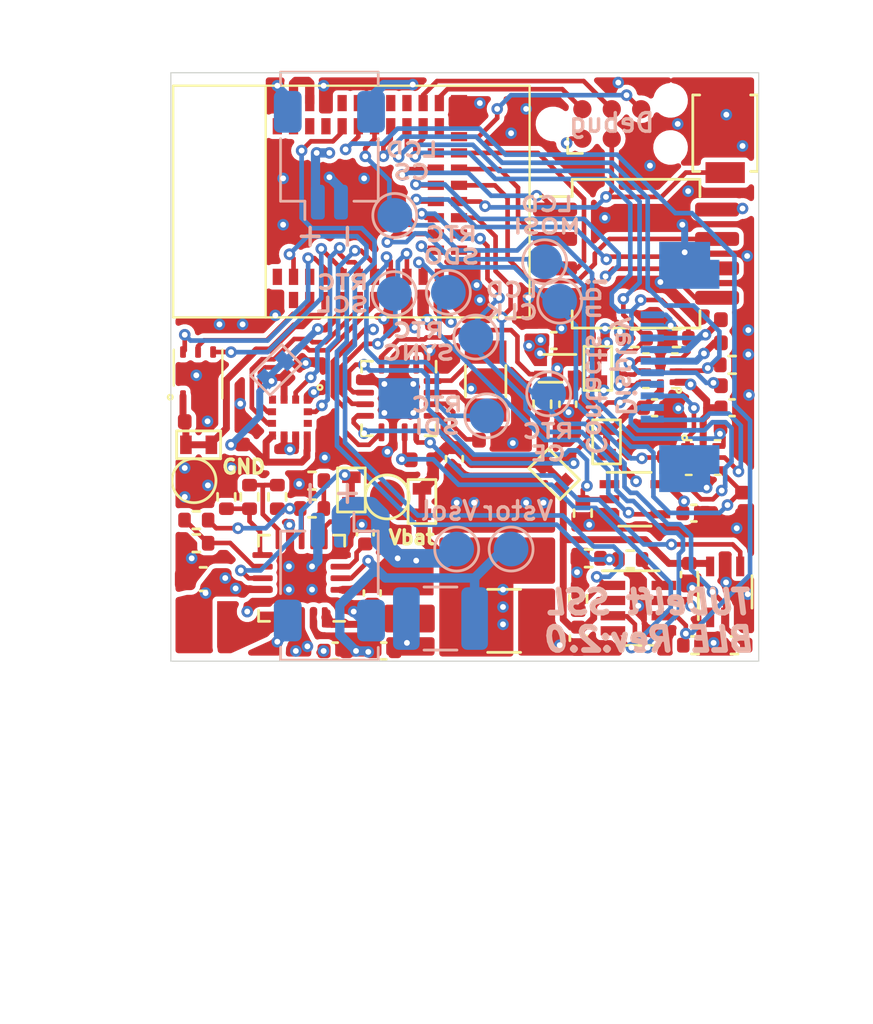
<source format=kicad_pcb>
(kicad_pcb (version 20211014) (generator pcbnew)
  (layers (0 "F.Cu" signal) (1 "In1.Cu" signal) (2 "In2.Cu" signal) (31 "B.Cu" signal) (34 "B.Paste" user) (35 "F.Paste" user) (36 "B.SilkS" user "B.Silkscreen") (37 "F.SilkS" user "F.Silkscreen") (38 "B.Mask" user) (39 "F.Mask" user) (44 "Edge.Cuts" user))
  (net 0 "")
  (net 1 "GND")
  (net 2 "+BATT")
  (net 3 "/Display/VCC_DISP")
  (net 4 "/LUX_VCC")
  (net 5 "/ACC_VCC")
  (net 6 "Net-(C11-Pad1)")
  (net 7 "Net-(C13-Pad1)")
  (net 8 "/LCD_CLK")
  (net 9 "/LCD_MOSI")
  (net 10 "/LCD_CS")
  (net 11 "/MCU/nRESET")
  (net 12 "/MCU/SWO")
  (net 13 "/MCU/SWDCLK")
  (net 14 "/MCU/SWDIO")
  (net 15 "/LCD_RTC_EXTCOMIN")
  (net 16 "/LUX_SDA")
  (net 17 "/LUX_SCL")
  (net 18 "/RTC_SCL")
  (net 19 "/ACC_SDA")
  (net 20 "/ACC_SCL")
  (net 21 "/LUX_INT")
  (net 22 "/RTC-PWR Management/VOUT_MCU")
  (net 23 "/ACC_INT1")
  (net 24 "/ACC_INT2")
  (net 30 "Net-(U7-Pad29)")
  (net 40 "/MCU/FRAM_nHOLD")
  (net 41 "/MCU/FRAM_CLK")
  (net 42 "/MCU/FRAM_MOSI")
  (net 43 "/MCU/FRAM_nWP")
  (net 44 "/MCU/FRAM_MISO")
  (net 45 "/MCU/FRAM_nCS")
  (net 47 "Net-(C3-Pad1)")
  (net 48 "/Display/DISP_DISP")
  (net 49 "Net-(C7-Pad1)")
  (net 50 "Net-(C8-Pad1)")
  (net 51 "/MCU/VDD_MCU")
  (net 52 "Net-(R3-Pad2)")
  (net 53 "/RTC_SYNC")
  (net 54 "/LCD_FF_CLK")
  (net 55 "/LCD_FF_PWR")
  (net 56 "/LCD_FF_DISP")
  (net 60 "/RTC-PWR Management/~{INT_IRQ}")
  (net 61 "/RTC_SYNC_EN")
  (net 62 "Net-(C10-Pad1)")
  (net 63 "/~{RTC_CE}")
  (net 64 "/RTC_SDO")
  (net 65 "/RTC_SDI")
  (net 66 "Net-(U10-Pad16)")
  (net 67 "Net-(U10-Pad15)")
  (net 69 "/VCC_MCU")
  (net 70 "/Solar Harvester/VSOLAR")
  (net 71 "/Solar Harvester/VSTOR")
  (net 72 "/Solar Harvester/VOUT_EN")
  (net 73 "/Solar Harvester/VBAT_OK")
  (net 74 "Net-(L1-Pad2)")
  (net 75 "Net-(L2-Pad1)")
  (net 76 "Net-(R12-Pad2)")
  (net 77 "Net-(R12-Pad1)")
  (net 78 "Net-(R14-Pad2)")
  (net 79 "Net-(R17-Pad2)")
  (net 80 "Net-(R18-Pad2)")
  (net 81 "/Display/DISP_CLK")
  (net 82 "/Display/DISP_CS")
  (net 83 "/MCU/ADC_VBAT_EN")
  (net 84 "/MCU/ADC_VBAT")
  (net 85 "Net-(R2-Pad1)")
  (net 86 "/Display/DISP_MOSI")
  (net 87 "Net-(U10-Pad12)")
  (net 88 "Net-(C23-Pad1)")
  (net 89 "Net-(R22-Pad1)")
  (footprint "Capacitor_SMD:C_0402_1005Metric" (layer "F.Cu") (at 26.485 43)
    (fp_text reference "C7" hide)
    (fp_text value "100nF")
  )
  (footprint "Capacitor_SMD:C_0402_1005Metric" (layer "F.Cu") (at 30.75 40.75 45)
    (fp_text reference "C9" hide)
    (fp_text value "100nF")
  )
  (footprint "Capacitor_SMD:C_0402_1005Metric" (layer "F.Cu") (at 39.2 43.8)
    (fp_text reference "C11" hide)
    (fp_text value "47pF")
  )
  (footprint "Resistor_SMD:R_0402_1005Metric" (layer "F.Cu") (at 42.6 44.1 90)
    (fp_text reference "R4" hide)
    (fp_text value "10M")
  )
  (footprint "Resistor_SMD:R_0402_1005Metric" (layer "F.Cu") (at 46.725 44.025 -90)
    (fp_text reference "R6" hide)
    (fp_text value "10M")
  )
  (footprint "Resistor_SMD:R_0402_1005Metric" (layer "F.Cu") (at 50.1 46.55 90)
    (fp_text reference "R7" hide)
    (fp_text value "10M")
  )
  (footprint "Resistor_SMD:R_0402_1005Metric" (layer "F.Cu") (at 49.635 43.25 180)
    (fp_text reference "R8" hide)
    (fp_text value "10M")
  )
  (footprint "Resistor_SMD:R_0402_1005Metric" (layer "F.Cu") (at 36.25 44.65 180)
    (fp_text reference "R10" hide)
    (fp_text value "100k")
  )
  (footprint "jaspers_footprints:USON6-OPT3004" (layer "F.Cu") (at 26.575 40.945001 90)
    (fp_text reference "U4" hide)
    (fp_text value "OPT3004")
  )
  (footprint "jaspers_footprints:BMA400" (layer "F.Cu") (at 30.542252 42.825001 180)
    (fp_text reference "U5" hide)
    (fp_text value "BMA400")
  )
  (footprint "jaspers_footprints:EYSKBNZWB" (layer "F.Cu") (at 30 37.75)
    (fp_text reference "U7" hide)
    (fp_text value "EYSKBNZWB")
  )
  (footprint "Package_SO:SO-8_5.3x6.2mm_P1.27mm" (layer "F.Cu") (at 45.5 35.75)
    (fp_text reference "U8" hide)
    (fp_text value "MB85RS4MT")
  )
  (footprint "Crystal:Crystal_SMD_3215-2Pin_3.2x1.5mm" (layer "F.Cu") (at 39 41.25 -90)
    (fp_text reference "Y1" hide)
    (fp_text value "ABS07W-32.768KHZ-J-1-T")
  )
  (footprint "Capacitor_SMD:C_0402_1005Metric" (layer "F.Cu") (at 28.5 43.5 90)
    (fp_text reference "C8" hide)
    (fp_text value "100nF")
  )
  (footprint "Capacitor_SMD:C_0402_1005Metric" (layer "F.Cu") (at 41.95 39.5)
    (fp_text reference "C1" hide)
    (fp_text value "DNP")
  )
  (footprint "Capacitor_SMD:C_0402_1005Metric" (layer "F.Cu") (at 42.55 42.25 -90)
    (fp_text reference "C2" hide)
    (fp_text value "100nF")
  )
  (footprint "Capacitor_SMD:C_0402_1005Metric" (layer "F.Cu") (at 46.3 42.4)
    (fp_text reference "C3" hide)
    (fp_text value "100nF")
  )
  (footprint "jaspers_footprints:SolderJumper-small-nc" (layer "F.Cu") (at 26.55 44)
    (fp_text reference "JP1" hide)
    (fp_text value "Jumper_NC_Small")
  )
  (footprint "jaspers_footprints:SolderJumper-small-nc" (layer "F.Cu") (at 36.25 46.5 90)
    (fp_text reference "JP9" hide)
    (fp_text value "Jumper_NC_Small")
  )
  (footprint "jaspers_footprints:SolderJumper-small-nc" (layer "F.Cu") (at 44.225 43.825 -90)
    (fp_text reference "JP11" hide)
    (fp_text value "Jumper_NC_Small")
  )
  (footprint "jaspers_footprints:SolderJumper-small-nc" (layer "F.Cu") (at 43.85 40.65 -90)
    (fp_text reference "JP12" hide)
    (fp_text value "Jumper_NC_Small")
  )
  (footprint "Resistor_SMD:R_0402_1005Metric" (layer "F.Cu") (at 41.45 42.25 90)
    (fp_text reference "R3" hide)
    (fp_text value "10M")
  )
  (footprint "jaspers_footprints:DFN-4-1EP_1.6x1.2mm_P0.5mm_EP" (layer "F.Cu") (at 42.1 40.7 180)
    (fp_text reference "U3" hide)
    (fp_text value "SiP32432DNP3")
  )
  (footprint "Capacitor_SMD:C_0402_1005Metric" (layer "F.Cu") (at 37.65 44.6 -90)
    (fp_text reference "C10" hide)
    (fp_text value "100nF")
  )
  (footprint "Button_Switch_SMD:SW_SPST_B3U-1000P" (layer "F.Cu") (at 49.35 30.55 -90)
    (fp_text reference "SW2" hide)
    (fp_text value "SW_Push")
  )
  (footprint "Resistor_SMD:R_0402_1005Metric" (layer "F.Cu") (at 45.45 39.4 180)
    (fp_text reference "R5" hide)
    (fp_text value "DNP")
  )
  (footprint "Resistor_SMD:R_0402_1005Metric" (layer "F.Cu") (at 47.25 39.4 180)
    (fp_text reference "R9" hide)
    (fp_text value "10M")
  )
  (footprint "Resistor_SMD:R_0402_1005Metric" (layer "F.Cu") (at 49.65 40.55)
    (fp_text reference "R11" hide)
    (fp_text value "DNP")
  )
  (footprint "Capacitor_SMD:C_0402_1005Metric" (layer "F.Cu") (at 43 52.35 -90)
    (fp_text reference "C25" hide)
    (fp_text value "100nF")
  )
  (footprint "jaspers_footprints:SolderJumper-small-nc" (layer "F.Cu") (at 42 45.3 135)
    (fp_text reference "JP14" hide)
    (fp_text value "Jumper_NC_Small")
  )
  (footprint "Package_DFN_QFN:QFN-16-1EP_3x3mm_P0.5mm_EP1.75x1.75mm_ThermalVias" (layer "F.Cu") (at 35.25 42 -90)
    (fp_text reference "U10" hide)
    (fp_text value "AB1815")
  )
  (footprint "Resistor_SMD:R_0402_1005Metric" (layer "F.Cu") (at 48.05 52.65)
    (fp_text reference "R15" hide)
    (fp_text value "10M")
  )
  (footprint "Capacitor_SMD:C_0402_1005Metric" (layer "F.Cu") (at 34.1 50.4 90)
    (fp_text reference "C12" hide)
    (fp_text value "4.7uF")
  )
  (footprint "Capacitor_SMD:C_0402_1005Metric" (layer "F.Cu") (at 33.8 47.8 90)
    (fp_text reference "C13" hide)
    (fp_text value "10nF")
  )
  (footprint "Capacitor_SMD:C_0402_1005Metric" (layer "F.Cu") (at 32.5 52.9)
    (fp_text reference "C15" hide)
    (fp_text value "10nF")
  )
  (footprint "Capacitor_SMD:C_0402_1005Metric" (layer "F.Cu") (at 34.6 52.9 180)
    (fp_text reference "C16" hide)
    (fp_text value "4.7uF")
  )
  (footprint "Capacitor_SMD:C_1210_3225Metric" (layer "F.Cu") (at 39.8 51.6 180)
    (fp_text reference "C17" hide)
    (fp_text value "100uF")
  )
  (footprint "jaspers_footprints:CPX3225A" (layer "F.Cu") (at 41 48 90)
    (fp_text reference "C18" hide)
    (fp_text value "CPX3225A")
  )
  (footprint "jaspers_footprints:CPX3225A" (layer "F.Cu") (at 38.2 48 90)
    (fp_text reference "C19" hide)
    (fp_text value "CPX3225A")
  )
  (footprint "Capacitor_SMD:C_0603_1608Metric" (layer "F.Cu") (at 26.8 49.8 180)
    (fp_text reference "C20" hide)
    (fp_text value "22uF")
  )
  (footprint "jaspers_footprints:SolderJumper-small-nc" (layer "F.Cu") (at 33.2 46 90)
    (fp_text reference "JP4" hide)
    (fp_text value "Jumper_NC_Small")
  )
  (footprint "Resistor_SMD:R_0402_1005Metric" (layer "F.Cu") (at 31.5 46.75)
    (fp_text reference "R12" hide)
    (fp_text value "3.9M")
  )
  (footprint "Resistor_SMD:R_0402_1005Metric" (layer "F.Cu") (at 31.5 45.55 180)
    (fp_text reference "R13" hide)
    (fp_text value "9.1M")
  )
  (footprint "Resistor_SMD:R_0402_1005Metric" (layer "F.Cu") (at 26.5 47.25 180)
    (fp_text reference "R14" hide)
    (fp_text value "5.23M")
  )
  (footprint "Resistor_SMD:R_0402_1005Metric" (layer "F.Cu") (at 26.5 48.25 180)
    (fp_text reference "R16" hide)
    (fp_text value "9.1M")
  )
  (footprint "Resistor_SMD:R_0402_1005Metric" (layer "F.Cu") (at 30 46.25 90)
    (fp_text reference "R17" hide)
    (fp_text value "3.16M")
  )
  (footprint "Resistor_SMD:R_0402_1005Metric" (layer "F.Cu") (at 28.8 46.25 -90)
    (fp_text reference "R18" hide)
    (fp_text value "4.53M")
  )
  (footprint "Resistor_SMD:R_0402_1005Metric" (layer "F.Cu") (at 27.8 46.25 90)
    (fp_text reference "R19" hide)
    (fp_text value "6.8M")
  )
  (footprint "jaspers_footprints:SMOX_PCB_TESTPOINT" (layer "F.Cu") (at 34.75 46.25)
    (fp_text reference "TP3" hide)
    (fp_text value "TestPoint")
  )
  (footprint "Package_DFN_QFN:QFN-20-1EP_3.5x3.5mm_P0.5mm_EP2x2mm" (layer "F.Cu") (at 31.05 49.76 180)
    (fp_text reference "U1" hide)
    (fp_text value "BQ25570")
  )
  (footprint "jaspers_footprints:VLS252012CX-1" (layer "F.Cu") (at 35.7 50.7 -90)
    (fp_text reference "L1" hide)
    (fp_text value "VLS252012CX-220M-1")
  )
  (footprint "jaspers_footprints:VLS252012CX-1" (layer "F.Cu") (at 27 51.75 180)
    (fp_text reference "L2" hide)
    (fp_text value "VLS252012CX-100M-1")
  )
  (footprint "Connector:Tag-Connect_TC2030-IDC-NL_2x03_P1.27mm_Vertical" (layer "F.Cu") (at 44.45 30.15)
    (fp_text reference "J2" hide)
    (fp_text value "TC2030")
  )
  (footprint "Capacitor_SMD:C_0402_1005Metric" (layer "F.Cu") (at 49.65 42.4)
    (fp_text reference "C21" hide)
    (fp_text value "100nF")
  )
  (footprint "Resistor_SMD:R_0402_1005Metric" (layer "F.Cu") (at 43 50.65 90)
    (fp_text reference "R1" hide)
    (fp_text value "10M")
  )
  (footprint "Resistor_SMD:R_0402_1005Metric" (layer "F.Cu") (at 45.25 48.95 180)
    (fp_text reference "R2" hide)
    (fp_text value "100k")
  )
  (footprint "Resistor_SMD:R_0402_1005Metric" (layer "F.Cu") (at 43.45 48.9 180)
    (fp_text reference "R20" hide)
    (fp_text value "200k")
  )
  (footprint "jaspers_footprints:Texas_RSE_8_UQFN" (layer "F.Cu") (at 46.55 40.8 180)
    (fp_text reference "U2" hide)
    (fp_text value "SN74AUP2G79RSE")
  )
  (footprint "Package_TO_SOT_SMD:SOT-23-8" (layer "F.Cu") (at 45.6 51.05)
    (fp_text reference "U6" hide)
    (fp_text value "TS3A4741DCN")
  )
  (footprint "jaspers_footprints:Texas_RSE_8_UQFN" (layer "F.Cu") (at 48.4 44.55)
    (fp_text reference "U9" hide)
    (fp_text value "SN74AUP3G34RSE")
  )
  (footprint "Capacitor_SMD:C_0402_1005Metric" (layer "F.Cu") (at 47.8 49.6 -90)
    (fp_text reference "C23" hide)
    (fp_text value "100nF")
  )
  (footprint "Resistor_SMD:R_0402_1005Metric" (layer "F.Cu") (at 49.75 52.65 180)
    (fp_text reference "R21" hide)
    (fp_text value "10M")
  )
  (footprint "jaspers_footprints:Texas_R-PDSO-G5" (layer "F.Cu") (at 49.35 50.35 90)
    (fp_text reference "U11" hide)
    (fp_text value "SN74AUP1G04DCK")
  )
  (footprint "jaspers_footprints:Texas_R-PDSO-G5" (layer "F.Cu") (at 45.45 46.35)
    (fp_text reference "U12" hide)
    (fp_text value "SN74AUP1G34DCK")
  )
  (footprint "Capacitor_SMD:C_0402_1005Metric" (layer "F.Cu") (at 49.65 41.45)
    (fp_text reference "C4" hide)
    (fp_text value "100nF")
  )
  (footprint "Capacitor_SMD:C_0402_1005Metric" (layer "F.Cu") (at 49.65 38.6)
    (fp_text reference "C5" hide)
    (fp_text value "1uF")
  )
  (footprint "Capacitor_SMD:C_0402_1005Metric" (layer "F.Cu") (at 49.65 39.6)
    (fp_text reference "C6" hide)
    (fp_text value "1uF")
  )
  (footprint "Capacitor_SMD:C_0402_1005Metric" (layer "F.Cu") (at 48 46.95)
    (fp_text reference "C22" hide)
    (fp_text value "100nF")
  )
  (footprint "Resistor_SMD:R_0402_1005Metric" (layer "F.Cu") (at 43.2 46.95 -90)
    (fp_text reference "R22" hide)
    (fp_text value "10M")
  )
  (footprint "jaspers_footprints:SMOX_PCB_TESTPOINT" (layer "F.Cu") (at 26.4 45.55)
    (fp_text reference "TP18" hide)
    (fp_text value "TestPoint")
  )
  (footprint "jaspers_footprints:FPC_10_TOP" (layer "B.Cu") (at 46.5 40.64 -90)
    (fp_text reference "J1" hide)
    (fp_text value "52745-1097")
  )
  (footprint "jaspers_footprints:SMOX_PCB_TESTPOINT" (layer "B.Cu") (at 37.75 48.5)
    (fp_text reference "TP1" hide)
    (fp_text value "TestPoint")
  )
  (footprint "jaspers_footprints:SMOX_PCB_TESTPOINT" (layer "B.Cu") (at 37.39 37.42)
    (fp_text reference "TP13" hide)
    (fp_text value "TestPoint")
  )
  (footprint "jaspers_footprints:SMOX_PCB_TESTPOINT" (layer "B.Cu") (at 35.05 37.475)
    (fp_text reference "TP14" hide)
    (fp_text value "TestPoint")
  )
  (footprint "jaspers_footprints:SMOX_PCB_TESTPOINT" (layer "B.Cu") (at 42.2 37.8)
    (fp_text reference "TP11" hide)
    (fp_text value "TestPoint")
  )
  (footprint "jaspers_footprints:SMOX_PCB_TESTPOINT" (layer "B.Cu") (at 35.075 34.1)
    (fp_text reference "TP9" hide)
    (fp_text value "TestPoint")
  )
  (footprint "jaspers_footprints:SMOX_PCB_TESTPOINT" (layer "B.Cu") (at 41.55 36.1)
    (fp_text reference "TP12" hide)
    (fp_text value "TestPoint")
  )
  (footprint "jaspers_footprints:SolderJumper-small-nc" (layer "B.Cu") (at 29.9 40.8 45)
    (fp_text reference "JP2" hide)
    (fp_text value "Jumper_NC_Small")
  )
  (footprint "jaspers_footprints:SMOX_PCB_TESTPOINT" (layer "B.Cu") (at 38.575 39.35)
    (fp_text reference "TP4" hide)
    (fp_text value "TestPoint")
  )
  (footprint "jaspers_footprints:SMOX_PCB_TESTPOINT" (layer "B.Cu") (at 40.1 48.5)
    (fp_text reference "TP2" hide)
    (fp_text value "TestPoint")
  )
  (footprint "Capacitor_SMD:C_1210_3225Metric" (layer "B.Cu") (at 37.05 51.5)
    (fp_text reference "C14" hide)
    (fp_text value "100uF")
  )
  (footprint "jaspers_footprints:Molex_Pico-Clasp_202396-0207_1x02-1MP_P1.00mm_Horizontal" (layer "B.Cu") (at 32.25 31.5)
    (fp_text reference "J3" hide)
    (fp_text value "2023960207")
  )
  (footprint "jaspers_footprints:Molex_Pico-Clasp_202396-0207_1x02-1MP_P1.00mm_Horizontal" (layer "B.Cu") (at 32.25 49.71 180)
    (fp_text reference "J4" hide)
    (fp_text value "2023960207")
  )
  (footprint "jaspers_footprints:SMOX_PCB_TESTPOINT" (layer "B.Cu") (at 41.725 41.8)
    (fp_text reference "TP7" hide)
    (fp_text value "TestPoint")
  )
  (footprint "jaspers_footprints:SMOX_PCB_TESTPOINT" (layer "B.Cu") (at 39.05 42.75)
    (fp_text reference "TP5" hide)
    (fp_text value "TestPoint")
  )
  (gr_line (start 50.8 27.94) (end 25.4 27.94) (layer "Edge.Cuts") (width 0.05))
  (gr_line (start 25.4 53.34) (end 50.8 53.34) (layer "Edge.Cuts") (width 0.05))
  (gr_line (start 25.4 27.94) (end 25.4 53.34) (layer "Edge.Cuts") (width 0.05))
  (gr_line (start 50.8 53.34) (end 50.8 27.94) (layer "Edge.Cuts") (width 0.05))
  (gr_text "RTC\nSDO" (at 37.525 35.4) (layer "B.SilkS") (effects (font (size 0.6 0.8)) (justify mirror)))
  (gr_text "LCD\nCS" (at 35.8 31.75) (layer "B.SilkS") (effects (font (size 0.6 0.8)) (justify mirror)))
  (gr_text "LCD\nCLK" (at 40.125 37.8) (layer "B.SilkS") (effects (font (size 0.6 0.8)) (justify mirror)))
  (gr_text "Debug" (at 44.45 30.1) (layer "B.SilkS") (effects (font (size 0.8 0.8)) (justify mirror)))
  (gr_text "+\n-" (at 32.15 35 90) (layer "B.SilkS") (effects (font (size 1 1)) (justify mirror)))
  (gr_text "RTC\nSYNC" (at 36.1 39.55) (layer "B.SilkS") (effects (font (size 0.6 0.8)) (justify mirror)))
  (gr_text "RTC\nSDI" (at 36.9 42.75) (layer "B.SilkS") (effects (font (size 0.6 0.8)) (justify mirror)))
  (gr_text "Vsol" (at 37.45 46.85) (layer "B.SilkS") (effects (font (size 0.8 0.8)) (justify mirror)))
  (gr_text "Vstor" (at 40.4 46.85) (layer "B.SilkS") (effects (font (size 0.8 0.8)) (justify mirror)))
  (gr_text "RTC\nCE" (at 41.7 43.9) (layer "B.SilkS") (effects (font (size 0.6 0.8)) (justify mirror)))
  (gr_text "Display\nContacts up!" (at 44.4 40.6 270) (layer "B.SilkS") (effects (font (size 0.8 0.8)) (justify mirror)))
  (gr_text "TUDelft SSL\nBLE Rev:2.0" (at 46.1 51.6) (layer "B.SilkS") (effects (font (size 1 1) (thickness 0.25) italic) (justify mirror)))
  (gr_text "LCD\nMOSI" (at 41.65 34.1) (layer "B.SilkS") (effects (font (size 0.6 0.8)) (justify mirror)))
  (gr_text "-\n+" (at 32.15 46.1 90) (layer "B.SilkS") (effects (font (size 1 1)) (justify mirror)))
  (gr_text "RTC\nSCL" (at 32.825 37.475) (layer "B.SilkS") (effects (font (size 0.6 0.8)) (justify mirror)))
  (gr_text "Vbat" (at 35.8 48) (layer "F.SilkS") (effects (font (size 0.6 0.6))))
  (gr_text "GND" (at 28.55 44.95) (layer "F.SilkS") (effects (font (size 0.6 0.6))))
  (segment (start 26.985 42.985) (end 26.97 43) (width 0.3) (layer "F.Cu") (net 1))
  (segment (start 30.542252 44.207748) (end 30.292252 44.207748) (width 0.3) (layer "F.Cu") (net 1))
  (segment (start 34.743474 38.556526) (end 34.59782 38.556526) (width 0.3) (layer "F.Cu") (net 1))
  (segment (start 30.55 51.4475) (end 30.55 51.95) (width 0.3) (layer "F.Cu") (net 1))
  (segment (start 31.292252 42.050001) (end 31.574979 41.767274) (width 0.3) (layer "F.Cu") (net 1))
  (segment (start 32.1 29.25) (end 32.1 28.6) (width 0.3) (layer "F.Cu") (net 1))
  (segment (start 35.07 40.5175) (end 35.07 40.185702) (width 0.3) (layer "F.Cu") (net 1))
  (segment (start 26.75 42.5) (end 27 42.5) (width 0.3) (layer "F.Cu") (net 1))
  (segment (start 49.35 28.85) (end 49.35 29.7) (width 0.2) (layer "F.Cu") (net 1))
  (segment (start 31.224968 40.417059) (end 31.224968 40.472014) (width 0.2) (layer "F.Cu") (net 1))
  (segment (start 49.35 29.7) (end 49.4 29.75) (width 0.2) (layer "F.Cu") (net 1))
  (segment (start 27 42.97) (end 26.985 42.985) (width 0.3) (layer "F.Cu") (net 1))
  (segment (start 31.574979 41.767274) (end 31.574979 41.724543) (width 0.3) (layer "F.Cu") (net 1))
  (segment (start 35.5 39.9) (end 35.57 39.97) (width 0.3) (layer "F.Cu") (net 1))
  (segment (start 33.177504 51.200004) (end 33.3 51.200004) (width 0.2) (layer "F.Cu") (net 1))
  (segment (start 34.9 38.4) (end 34.743474 38.556526) (width 0.3) (layer "F.Cu") (net 1))
  (segment (start 45.84 51.725002) (end 46.169998 52.055) (width 0.2) (layer "F.Cu") (net 1))
  (segment (start 28.39999 42.91499) (end 28.39999 42.224435) (width 0.3) (layer "F.Cu") (net 1))
  (segment (start 30.292252 43.600001) (end 30.292252 44.207748) (width 0.3) (layer "F.Cu") (net 1))
  (segment (start 36.3 37.75) (end 36.3 38.410816) (width 0.3) (layer "F.Cu") (net 1))
  (segment (start 34.9 37.75) (end 34.9 38.4) (width 0.3) (layer "F.Cu") (net 1))
  (segment (start 44.85 39.198029) (end 44.79999 39.148019) (width 0.3) (layer "F.Cu") (net 1))
  (segment (start 37.85 29.4) (end 38.6 29.4) (width 0.3) (layer "F.Cu") (net 1))
  (segment (start 38.611956 37.061956) (end 38.611956 37.106604) (width 0.3) (layer "F.Cu") (net 1))
  (segment (start 42.5 39.5) (end 42.8 39.8) (width 0.5) (layer "F.Cu") (net 1))
  (segment (start 42.8 40.324991) (end 42.825 40.349991) (width 0.5) (layer "F.Cu") (net 1))
  (segment (start 40.845008 37.655) (end 40.845004 37.654996) (width 0.3) (layer "F.Cu") (net 1))
  (segment (start 48.4 45.2) (end 48.4 45.7) (width 0.2) (layer "F.Cu") (net 1))
  (segment (start 35.07 40.185702) (end 35.355702 39.9) (width 0.3) (layer "F.Cu") (net 1))
  (segment (start 42.55 42.73) (end 42.55 42.626433) (width 0.3) (layer "F.Cu") (net 1))
  (segment (start 35.412839 39.84999) (end 36.504752 39.84999) (width 0.3) (layer "F.Cu") (net 1))
  (segment (start 38.6 29.4) (end 38.75 29.25) (width 0.3) (layer "F.Cu") (net 1))
  (segment (start 31.235 40.407027) (end 31.224968 40.417059) (width 0.2) (layer "F.Cu") (net 1))
  (segment (start 42.43 39.5) (end 42.43 39.13) (width 0.3) (layer "F.Cu") (net 1))
  (segment (start 38.6 37.6) (end 38.75 37.75) (width 0.3) (layer "F.Cu") (net 1))
  (segment (start 27.225 42.275) (end 27.225 41.895001) (width 0.3) (layer "F.Cu") (net 1))
  (segment (start 43 50.14) (end 43 49.55) (width 0.3) (layer "F.Cu") (net 1))
  (segment (start 37.85 36.3) (end 38.611956 37.061956) (width 0.3) (layer "F.Cu") (net 1))
  (segment (start 42 37.655) (end 40.845008 37.655) (width 0.3) (layer "F.Cu") (net 1))
  (segment (start 32.1 28.6) (end 32 28.5) (width 0.3) (layer "F.Cu") (net 1))
  (segment (start 30.534965 44.207748) (end 30.542723 44.19999) (width 0.3) (layer "F.Cu") (net 1))
  (segment (start 29.3625 50.76) (end 28.94 50.76) (width 0.3) (layer "F.Cu") (net 1))
  (segment (start 30 38.326474) (end 29.913237 38.413237) (width 0.3) (layer "F.Cu") (net 1))
  (segment (start 28.699994 51.000006) (end 28.699994 51.2) (width 0.3) (layer "F.Cu") (net 1))
  (segment (start 30.792252 43.600001) (end 30.792252 43.957748) (width 0.3) (layer "F.Cu") (net 1))
  (segment (start 42.43 39.5) (end 42.5 39.5) (width 0.5) (layer "F.Cu") (net 1))
  (segment (start 30 29.25) (end 30 28.5) (width 0.3) (layer "F.Cu") (net 1))
  (segment (start 30.55 51.95) (end 30 52.5) (width 0.3) (layer "F.Cu") (net 1))
  (segment (start 35.362829 39.9) (end 35.412839 39.84999) (width 0.3) (layer "F.Cu") (net 1))
  (segment (start 37.85 37.6) (end 38.6 37.6) (width 0.3) (layer "F.Cu") (net 1))
  (segment (start 46.169998 52.055) (end 46.7 52.055) (width 0.2) (layer "F.Cu") (net 1))
  (segment (start 36.3 38.410816) (end 36.482491 38.593307) (width 0.3) (layer "F.Cu") (net 1))
  (segment (start 48.4 45.7) (end 48.55 45.85) (width 0.2) (layer "F.Cu") (net 1))
  (segment (start 26.575 42.325) (end 26.75 42.5) (width 0.3) (layer "F.Cu") (net 1))
  (segment (start 32.7375 50.76) (end 33.177504 51.200004) (width 0.2) (layer "F.Cu") (net 1))
  (segment (start 27 42.5) (end 27.225 42.275) (width 0.3) (layer "F.Cu") (net 1))
  (segment (start 35.57 39.97) (end 35.57 40.5175) (width 0.3) (layer "F.Cu") (net 1))
  (segment (start 45.84 51.14) (end 45.84 51.725002) (width 0.2) (layer "F.Cu") (net 1))
  (segment (start 35.355702 39.9) (end 35.362829 39.9) (width 0.3) (layer "F.Cu") (net 1))
  (segment (start 35.362829 39.9) (end 35.5 39.9) (width 0.3) (layer "F.Cu") (net 1))
  (segment (start 28.5 43.015) (end 28.39999 42.91499) (width 0.3) (layer "F.Cu") (net 1))
  (segment (start 27 42.5) (end 27 42.97) (width 0.3) (layer "F.Cu") (net 1))
  (segment (start 36.504752 39.84999) (end 36.585463 39.930701) (width 0.3) (layer "F.Cu") (net 1))
  (segment (start 26.575 41.895001) (end 26.575 42.325) (width 0.3) (layer "F.Cu") (net 1))
  (segment (start 30.292252 44.207748) (end 30.534965 44.207748) (width 0.3) (layer "F.Cu") (net 1))
  (segment (start 30.792252 43.957748) (end 30.542252 44.207748) (width 0.3) (layer "F.Cu") (net 1))
  (segment (start 42.55 42.626433) (end 42.582165 42.594268) (width 0.3) (layer "F.Cu") (net 1))
  (segment (start 42.43 39.13) (end 42.275 38.975) (width 0.3) (layer "F.Cu") (net 1))
  (segment (start 44.79999 39.148019) (end 44.79999 39.106861) (width 0.3) (layer "F.Cu") (net 1))
  (segment (start 42.8 39.8) (end 42.8 40.324991) (width 0.5) (layer "F.Cu") (net 1))
  (segment (start 28.94 50.76) (end 28.699994 51.000006) (width 0.3) (layer "F.Cu") (net 1))
  (segment (start 43 49.55) (end 42.95 49.5) (width 0.3) (layer "F.Cu") (net 1))
  (segment (start 30 37.75) (end 30 38.326474) (width 0.3) (layer "F.Cu") (net 1))
  (via (at 32 28.5) (size 0.5) (drill 0.25) (layers "F.Cu" "B.Cu") (net 1))
  (via (at 30.52 47.4605) (size 0.5) (drill 0.25) (layers "F.Cu" "B.Cu") (net 1))
  (via (at 32.25 32.45) (size 0.5) (drill 0.25) (layers "F.Cu" "B.Cu") (net 1))
  (via (at 35.6 52.55) (size 0.5) (drill 0.25) (layers "F.Cu" "B.Cu") (net 1))
  (via (at 28.699994 51.2) (size 0.5) (drill 0.25) (layers "F.Cu" "B.Cu") (net 1))
  (via (at 26 45) (size 0.5) (drill 0.25) (layers "F.Cu" "B.Cu") (net 1))
  (via (at 30 52.5) (size 0.5) (drill 0.25) (layers "F.Cu" "B.Cu") (net 1))
  (via (at 38.75 29.25) (size 0.5) (drill 0.25) (layers "F.Cu" "B.Cu") (net 1))
  (via (at 49.4 29.75) (size 0.5) (drill 0.25) (layers "F.Cu" "B.Cu") (net 1))
  (via (at 28 45) (size 0.5) (drill 0.25) (layers "F.Cu" "B.Cu") (net 1))
  (via (at 46.1 31.95) (size 0.5) (drill 0.25) (layers "F.Cu" "B.Cu") (net 1))
  (via (at 33.65 47.45) (size 0.5) (drill 0.25) (layers "F.Cu" "B.Cu") (net 1))
  (via (at 48.55 45.85) (size 0.5) (drill 0.25) (layers "F.Cu" "B.Cu") (net 1))
  (via (at 36.585463 39.930701) (size 0.5) (drill 0.25) (layers "F.Cu" "B.Cu") (net 1))
  (via (at 49.85 47.6) (size 0.5) (drill 0.25) (layers "F.Cu" "B.Cu") (net 1))
  (via (at 28.39999 42.224435) (size 0.5) (drill 0.25) (layers "F.Cu" "B.Cu") (net 1))
  (via (at 34.757125 44.300004) (size 0.5) (drill 0.25) (layers "F.Cu" "B.Cu") (net 1))
  (via (at 30.5 49.25) (size 0.5) (drill 0.25) (layers "F.Cu" "B.Cu") (net 1))
  (via (at 31.5 49.25) (size 0.5) (drill 0.25) (layers "F.Cu" "B.Cu") (net 1))
  (via (at 40.75 29.5) (size 0.5) (drill 0.25) (layers "F.Cu" "B.Cu") (net 1))
  (via (at 30.25 34.5) (size 0.5) (drill 0.25) (layers "F.Cu" "B.Cu") (net 1))
  (via (at 36.482491 38.593307) (size 0.5) (drill 0.25) (layers "F.Cu" "B.Cu") (net 1))
  (via (at 31.574979 41.724543) (size 0.5) (drill 0.25) (layers "F.Cu" "B.Cu") (net 1))
  (via (at 38.75 37.75) (size 0.5) (drill 0.25) (layers "F.Cu" "B.Cu") (net 1))
  (via (at 50.35 40.1) (size 0.5) (drill 0.25) (layers "F.Cu" "B.Cu") (net 1))
  (via (at 46.55 36.975) (size 0.5) (drill 0.25) (layers "F.Cu" "B.Cu") (net 1))
  (via (at 28.5 38.8) (size 0.5) (drill 0.25) (layers "F.Cu" "B.Cu") (net 1))
  (via (at 47.75 33.05) (size 0.5) (drill 0.25) (layers "F.Cu" "B.Cu") (net 1))
  (via (at 30.542723 44.19999) (size 0.5) (drill 0.25) (layers "F.Cu" "B.Cu") (net 1))
  (via (at 29.913237 38.413237) (size 0.5) (drill 0.25) (layers "F.Cu" "B.Cu") (net 1))
  (via (at 50.1 31.1) (size 0.5) (drill 0.25) (layers "F.Cu" "B.Cu") (net 1))
  (via (at 40.845004 37.654996) (size 0.5) (drill 0.25) (layers "F.Cu" "B.Cu") (net 1))
  (via (at 47.325 42.425) (size 0.5) (drill 0.25) (layers "F.Cu" "B.Cu") (net 1))
  (via (at 49.387395 49.940481) (size 0.5) (drill 0.25) (layers "F.Cu" "B.Cu") (net 1))
  (via (at 42.2 52.65) (size 0.5) (drill 0.25) (layers "F.Cu" "B.Cu") (net 1))
  (via (at 26.3 48.9) (size 0.5) (drill 0.25) (layers "F.Cu" "B.Cu") (net 1))
  (via (at 30 28.5) (size 0.5) (drill 0.25) (layers "F.Cu" "B.Cu") (net 1))
  (via (at 40.75 46.5) (size 0.5) (drill 0.25) (layers "F.Cu" "B.Cu") (net 1))
  (via (at 47.925 50.175) (size 0.5) (drill 0.25) (layers "F.Cu" "B.Cu") (net 1))
  (via (at 50.375 41.85) (size 0.5) (drill 0.25) (layers "F.Cu" "B.Cu") (net 1))
  (via (at 48.85 52.55) (size 0.5) (drill 0.25) (layers "F.Cu" "B.Cu") (net 1))
  (via (at 50.325 50.45) (size 0.5) (drill 0.25) (layers "F.Cu" "B.Cu") (net 1))
  (via (at 32 52.9) (size 0.5) (drill 0.25) (layers "F.Cu" "B.Cu") (net 1))
  (via (at 45.6 50.95) (size 0.5) (drill 0.25) (layers "F.Cu" "B.Cu") (net 1))
  (via (at 47.3 30.15) (size 0.5) (drill 0.25) (layers "F.Cu" "B.Cu") (net 1))
  (via (at 50.35 39.05) (size 0.5) (drill 0.25) (layers "F.Cu" "B.Cu") (net 1))
  (via (at 40.1 30.55) (size 0.5) (drill 0.25) (layers "F.Cu" "B.Cu") (net 1))
  (via (at 30.25 32.5) (size 0.5) (drill 0.25) (layers "F.Cu" "B.Cu") (net 1))
  (via (at 40.175 43.925) (size 0.5) (drill 0.25) (layers "F.Cu" "B.Cu") (net 1))
  (via (at 42.95 49.5) (size 0.5) (drill 0.25) (layers "F.Cu" "B.Cu") (net 1))
  (via (at 46.996149 38.853851) (size 0.5) (drill 0.25) (layers "F.Cu" "B.Cu") (net 1))
  (via (at 38.5 46.5) (size 0.5) (drill 0.25) (layers "F.Cu" "B.Cu") (net 1))
  (via (at 44.15 34.2) (size 0.5) (drill 0.25) (layers "F.Cu" "B.Cu") (net 1))
  (via (at 47.6 35.69) (size 0.5) (drill 0.25) (layers "F.Cu" "B.Cu") (net 1))
  (via (at 37.75 46.5) (size 0.5) (drill 0.25) (layers "F.Cu" "B.Cu") (net 1))
  (via (at 34.59782 38.556526) (size 0.5) (drill 0.25) (layers "F.Cu" "B.Cu") (net 1))
  (via (at 33.3 51.200004) (size 0.5) (drill 0.25) (layers "F.Cu" "B.Cu") (net 1))
  (via (at 43.475 47.45) (size 0.5) (drill 0.25) (layers "F.Cu" "B.Cu") (net 1))
  (via (at 50.3 35.85) (size 0.5) (drill 0.25) (layers "F.Cu" "B.Cu") (net 1))
  (via (at 47.5 34.5) (size 0.5) (drill 0.25) (layers "F.Cu" "B.Cu") (net 1))
  (via (at 31.5 50.25) (size 0.5) (drill 0.25) (layers "F.Cu" "B.Cu") (net 1))
  (via (at 30.94 45.69) (size 0.5) (drill 0.25) (layers "F.Cu" "B.Cu") (net 1))
  (via (at 42.1 40.7) (size 0.5) (drill 0.25) (layers "F.Cu" "B.Cu") (net 1))
  (via (at 35.85 28.45) (size 0.5) (drill 0.25) (layers "F.Cu" "B.Cu") (net 1))
  (via (at 32.05 44.55) (size 0.5) (drill 0.25) (layers "F.Cu" "B.Cu") (net 1))
  (via (at 41.5 46.5) (size 0.5) (drill 0.25) (layers "F.Cu" "B.Cu") (net 1))
  (via (at 27.5 38.8) (size 0.5) (drill 0.25) (layers "F.Cu" "B.Cu") (net 1))
  (via (at 44.79999 39.106861) (size 0.5) (drill 0.25) (layers "F.Cu" "B.Cu") (net 1))
  (via (at 26 46.25) (size 0.5) (drill 0.25) (layers "F.Cu" "B.Cu") (net 1))
  (via (at 30.5 50.25) (size 0.5) (drill 0.25) (layers "F.Cu" "B.Cu") (net 1))
  (via (at 44.731064 28.36501) (size 0.5) (drill 0.25) (layers "F.Cu" "B.Cu") (net 1))
  (via (at 27 45.75) (size 0.5) (drill 0.25) (layers "F.Cu" "B.Cu") (net 1))
  (via (at 26.5 41) (size 0.5) (drill 0.25) (layers "F.Cu" "B.Cu") (net 1))
  (via (at 38.375 41.575) (size 0.5) (drill 0.25) (layers "F.Cu" "B.Cu") (net 1))
  (via (at 42.582165 42.594268) (size 0.5) (drill 0.25) (layers "F.Cu" "B.Cu") (net 1))
  (via (at 42.275 38.975) (size 0.5) (drill 0.25) (layers "F.Cu" "B.Cu") (net 1))
  (via (at 33.75 32.5) (size 0.5) (drill 0.25) (layers "F.Cu" "B.Cu") (net 1))
  (via (at 26.985 42.985) (size 0.5) (drill 0.25) (layers "F.Cu" "B.Cu") (net 1))
  (via (at 38.611956 37.106604) (size 0.5) (drill 0.25) (layers "F.Cu" "B.Cu") (net 1))
  (via (at 31.224968 40.472014) (size 0.5) (drill 0.25) (layers "F.Cu" "B.Cu") (net 1))
  (segment (start 47.6 35.69) (end 47.6 34.6) (width 0.3) (layer "B.Cu") (net 1))
  (segment (start 32.75 32.95) (end 32.25 32.45) (width 0.4) (layer "B.Cu") (net 1))
  (segment (start 47.8 45.1) (end 48.55 45.85) (width 0.2) (layer "B.Cu") (net 1))
  (segment (start 34.05 51.585) (end 33.684996 51.585) (width 0.4) (layer "B.Cu") (net 1))
  (segment (start 30 28.55) (end 30.5 29.05) (width 0.4) (layer "B.Cu") (net 1))
  (segment (start 30 28.5) (end 30 28.55) (width 0.4) (layer "B.Cu") (net 1))
  (segment (start 46.2 38.89) (end 46.973426 38.89) (width 0.2) (layer "B.Cu") (net 1))
  (segment (start 46.973436 38.573436) (end 46.973436 38.88999) (width 0.2) (layer "B.Cu") (net 1))
  (segment (start 30.45 51.585) (end 30.45 52.05) (width 0.4) (layer "B.Cu") (net 1))
  (segment (start 46.973426 38.89) (end 46.973436 38.88999) (width 0.2) (layer "B.Cu") (net 1))
  (segment (start 46.2 38.39) (end 46.79 38.39) (width 0.2) (layer "B.Cu") (net 1))
  (segment (start 34.6 28.45) (end 35.85 28.45) (width 0.4) (layer "B.Cu") (net 1))
  (segment (start 31.75 49) (end 31.5 49.25) (width 0.4) (layer "B.Cu") (net 1))
  (segment (start 34.05 29) (end 34.6 28.45) (width 0.4) (layer "B.Cu") (net 1))
  (segment (start 31.75 47.685) (end 31.75 49) (width 0.4) (layer "B.Cu") (net 1))
  (segment (start 30.5 29.575) (end 30.45 29.625) (width 0.4) (layer "B.Cu") (net 1))
  (segment (start 30.5 29.05) (end 30.5 29.575) (width 0.4) (layer "B.Cu") (net 1))
  (segment (start 47.8 44.64) (end 47.8 45.1) (width 0.2) (layer "B.Cu") (net 1))
  (segment (start 30.45 52.05) (end 30 52.5) (width 0.4) (layer "B.Cu") (net 1))
  (segment (start 46.79 38.39) (end 46.973436 38.573436) (width 0.2) (layer "B.Cu") (net 1))
  (segment (start 33.684996 51.585) (end 33.3 51.200004) (width 0.4) (layer "B.Cu") (net 1))
  (segment (start 32.75 33.525) (end 32.75 32.95) (width 0.4) (layer "B.Cu") (net 1))
  (segment (start 47.6 36.04) (end 47.6 35.69) (width 0.3) (layer "B.Cu") (net 1))
  (segment (start 47.94 45.24) (end 48.55 45.85) (width 0.2) (layer "B.Cu") (net 1))
  (segment (start 47.6 34.6) (end 47.5 34.5) (width 0.3) (layer "B.Cu") (net 1))
  (segment (start 34.05 29.625) (end 34.05 29) (width 0.4) (layer "B.Cu") (net 1))
  (segment (start 44.375 44.425) (end 45.5 45.55) (width 0.3) (layer "F.Cu") (net 2))
  (segment (start 36.25 47) (end 36.25 48) (width 0.5) (layer "F.Cu") (net 2))
  (segment (start 34.75 46.5) (end 35.25 47) (width 0.5) (layer "F.Cu") (net 2))
  (segment (start 47.645 50.72) (end 47.875 50.95) (width 0.3) (layer "F.Cu") (net 2))
  (segment (start 37.35 49.1) (end 38.2 49.1) (width 0.5) (layer "F.Cu") (net 2))
  (segment (start 45.5 45.55) (end 45.5 45.575) (width 0.3) (layer "F.Cu") (net 2))
  (segment (start 44.225 44.425) (end 44.375 44.425) (width 0.3) (layer "F.Cu") (net 2))
  (segment (start 35.25 47) (end 36 47) (width 0.5) (layer "F.Cu") (net 2))
  (segment (start 46.7 50.72) (end 47.645 50.72) (width 0.3) (layer "F.Cu") (net 2))
  (segment (start 36.25 48) (end 37.35 49.1) (width 0.5) (layer "F.Cu") (net 2))
  (via (at 39.75 51) (size 0.5) (drill 0.25) (layers "F.Cu" "B.Cu") (net 2))
  (via (at 45.5 45.575) (size 0.5) (drill 0.25) (layers "F.Cu" "B.Cu") (net 2))
  (via (at 31.3 52.7) (size 0.5) (drill 0.25) (layers "F.Cu" "B.Cu") (net 2))
  (via (at 30.8 52.9) (size 0.5) (drill 0.25) (layers "F.Cu" "B.Cu") (net 2))
  (via (at 39.75 50.25) (size 0.5) (drill 0.25) (layers "F.Cu" "B.Cu") (net 2))
  (via (at 39.75 51.75) (size 0.5) (drill 0.25) (layers "F.Cu" "B.Cu") (net 2))
  (via (at 47.875 50.95) (size 0.5) (drill 0.25) (layers "F.Cu" "B.Cu") (net 2))
  (segment (start 48.515 39.25) (end 48.5 39.25) (width 0.3) (layer "F.Cu") (net 3))
  (segment (start 48.188155 41.724998) (end 47.854727 41.39157) (width 0.3) (layer "F.Cu") (net 3))
  (segment (start 47.763157 41.3) (end 47.854727 41.39157) (width 0.3) (layer "F.Cu") (net 3))
  (segment (start 48.891024 39.6) (end 48.433281 40.057743) (width 0.3) (layer "F.Cu") (net 3))
  (segment (start 48.4 42.89) (end 48.4 43.1) (width 0.3) (layer "F.Cu") (net 3))
  (segment (start 49.165 38.6) (end 48.515 39.25) (width 0.3) (layer "F.Cu") (net 3))
  (segment (start 47.225 41.3) (end 47.763157 41.3) (width 0.3) (layer "F.Cu") (net 3))
  (segment (start 48.4 43.1) (end 48.4 43.047124) (width 0.3) (layer "F.Cu") (net 3))
  (segment (start 48.550001 42.4) (end 48.550001 42.739999) (width 0.3) (layer "F.Cu") (net 3))
  (segment (start 49.115 39.65) (end 49.165 39.6) (width 0.3) (layer "F.Cu") (net 3))
  (segment (start 48.550001 42.739999) (end 48.4 42.89) (width 0.3) (layer "F.Cu") (net 3))
  (segment (start 48.550001 42.739999) (end 48.550001 42.086844) (width 0.3) (layer "F.Cu") (net 3))
  (segment (start 49.17 42.4) (end 48.550001 42.4) (width 0.3) (layer "F.Cu") (net 3))
  (segment (start 48.4 43.9) (end 48.4 43.1) (width 0.3) (layer "F.Cu") (net 3))
  (segment (start 49.165 39.6) (end 48.891024 39.6) (width 0.3) (layer "F.Cu") (net 3))
  (segment (start 48.550001 42.086844) (end 48.188155 41.724998) (width 0.3) (layer "F.Cu") (net 3))
  (via (at 48.433281 40.057743) (size 0.5) (drill 0.25) (layers "F.Cu" "B.Cu") (net 3))
  (via (at 47.854727 41.39157) (size 0.5) (drill 0.25) (layers "F.Cu" "B.Cu") (net 3))
  (via (at 48.5 39.25) (size 0.5) (drill 0.25) (layers "F.Cu" "B.Cu") (net 3))
  (segment (start 46.2 39.39) (end 48.36 39.39) (width 0.2) (layer "B.Cu") (net 3))
  (segment (start 48.35 39.25) (end 48.5 39.25) (width 0.3) (layer "B.Cu") (net 3))
  (segment (start 48.101024 40.39) (end 48.433281 40.057743) (width 0.3) (layer "B.Cu") (net 3))
  (segment (start 46.2 40.39) (end 48.101024 40.39) (width 0.3) (layer "B.Cu") (net 3))
  (segment (start 47.71 39.89) (end 48.35 39.25) (width 0.3) (layer "B.Cu") (net 3))
  (segment (start 48.36 39.39) (end 48.5 39.25) (width 0.2) (layer "B.Cu") (net 3))
  (segment (start 46.2 39.89) (end 47.71 39.89) (width 0.3) (layer "B.Cu") (net 3))
  (segment (start 31.487431 38.451463) (end 31.078937 38.859957) (width 0.3) (layer "F.Cu") (net 4))
  (segment (start 32.1 37.75) (end 32.1 38.140002) (width 0.3) (layer "F.Cu") (net 4))
  (segment (start 31.078937 38.859957) (end 30.739351 38.859957) (width 0.3) (layer "F.Cu") (net 4))
  (segment (start 27.8 43.286438) (end 27.336438 43.75) (width 0.3) (layer "F.Cu") (net 4))
  (segment (start 30.739351 38.859957) (end 29.691162 39.908146) (width 0.3) (layer "F.Cu") (net 4))
  (segment (start 32.1 38.140002) (end 31.788539 38.451463) (width 0.3) (layer "F.Cu") (net 4))
  (segment (start 29.091854 39.908146) (end 27.8 41.2) (width 0.3) (layer "F.Cu") (net 4))
  (segment (start 27.8 41.2) (end 27.8 43.286438) (width 0.3) (layer "F.Cu") (net 4))
  (segment (start 29.691162 39.908146) (end 29.091854 39.908146) (width 0.3) (layer "F.Cu") (net 4))
  (segment (start 31.788539 38.451463) (end 31.487431 38.451463) (width 0.3) (layer "F.Cu") (net 4))
  (segment (start 32.8 37.75) (end 32.8 38.270694) (width 0.3) (layer "F.Cu") (net 5))
  (segment (start 32.8 38.270694) (end 32.069229 39.001465) (width 0.3) (layer "F.Cu") (net 5))
  (segment (start 32.069229 39.001465) (end 31.751433 39.001465) (width 0.3) (layer "F.Cu") (net 5))
  (via (at 31.751433 39.001465) (size 0.5) (drill 0.25) (layers "F.Cu" "B.Cu") (net 5))
  (segment (start 30.4 40.35) (end 31.748535 39.001465) (width 0.3) (layer "B.Cu") (net 5))
  (segment (start 31.748535 39.001465) (end 31.751433 39.001465) (width 0.3) (layer "B.Cu") (net 5))
  (segment (start 38.165 43.765) (end 38.6 43.765) (width 0.2) (layer "F.Cu") (net 6))
  (segment (start 37.2457 42.23) (end 37.6 42.5843) (width 0.2) (layer "F.Cu") (net 6))
  (segment (start 37.6 42.5843) (end 37.6 43.2) (width 0.2) (layer "F.Cu") (net 6))
  (segment (start 37.6 43.2) (end 38.165 43.765) (width 0.2) (layer "F.Cu") (net 6))
  (segment (start 36.7825 42.23) (end 37.2457 42.23) (width 0.2) (layer "F.Cu") (net 6))
  (segment (start 32.7375 49.26) (end 33.116956 49.26) (width 0.2) (layer "F.Cu") (net 7))
  (segment (start 33.42501 48.65499) (end 33.8 48.28) (width 0.2) (layer "F.Cu") (net 7))
  (segment (start 33.116956 49.26) (end 33.42501 48.951946) (width 0.2) (layer "F.Cu") (net 7))
  (segment (start 33.42501 48.951946) (end 33.42501 48.65499) (width 0.2) (layer "F.Cu") (net 7))
  (segment (start 36.397826 35.6) (end 36.222836 35.42501) (width 0.2) (layer "F.Cu") (net 8))
  (segment (start 36.85 35.6) (end 36.397826 35.6) (width 0.2) (layer "F.Cu") (net 8))
  (segment (start 47.725 44.55) (end 45.78392 44.55) (width 0.2) (layer "F.Cu") (net 8))
  (segment (start 45.78392 44.55) (end 45.749993 44.583927) (width 0.2) (layer "F.Cu") (net 8))
  (via (at 36.222836 35.42501) (size 0.5) (drill 0.25) (layers "F.Cu" "B.Cu") (net 8))
  (via (at 45.749993 44.583927) (size 0.5) (drill 0.25) (layers "F.Cu" "B.Cu") (net 8))
  (segment (start 42.89998 38.859978) (end 42.89998 42.204962) (width 0.2) (layer "B.Cu") (net 8))
  (segment (start 40.240011 36.340011) (end 37.137837 36.340011) (width 0.2) (layer "B.Cu") (net 8))
  (segment (start 42.390002 38.35) (end 42.89998 38.859978) (width 0.2) (layer "B.Cu") (net 8))
  (segment (start 42.25 38.35) (end 40.240011 36.340011) (width 0.2) (layer "B.Cu") (net 8))
  (segment (start 45.278945 44.583927) (end 45.749993 44.583927) (width 0.2) (layer "B.Cu") (net 8))
  (segment (start 37.137837 36.340011) (end 36.222836 35.42501) (width 0.2) (layer "B.Cu") (net 8))
  (segment (start 42.89998 42.204962) (end 45.278945 44.583927) (width 0.2) (layer "B.Cu") (net 8))
  (segment (start 42.25 38.35) (end 42.390002 38.35) (width 0.2) (layer "B.Cu") (net 8))
  (segment (start 42.2 38.3) (end 42.25 38.35) (width 0.2) (layer "B.Cu") (net 8))
  (segment (start 42.2 37.8) (end 42.2 38.3) (width 0.2) (layer "B.Cu") (net 8))
  (segment (start 49.075 45.05) (end 49.085 45.05) (width 0.2) (layer "F.Cu") (net 9))
  (segment (start 49.085 45.05) (end 50.1 46.065) (width 0.2) (layer "F.Cu") (net 9))
  (segment (start 49.985 46.065) (end 49.45 46.6) (width 0.2) (layer "F.Cu") (net 9))
  (segment (start 50.1 46.065) (end 49.985 46.065) (width 0.2) (layer "F.Cu") (net 9))
  (segment (start 36.85 34.9) (end 35.099994 34.9) (width 0.2) (layer "F.Cu") (net 9))
  (segment (start 35.099994 34.9) (end 34.749994 35.25) (width 0.2) (layer "F.Cu") (net 9))
  (via (at 49.45 46.6) (size 0.5) (drill 0.25) (layers "F.Cu" "B.Cu") (net 9))
  (via (at 34.749994 35.25) (size 0.5) (drill 0.25) (layers "F.Cu" "B.Cu") (net 9))
  (segment (start 49.109997 46.940003) (end 49.45 46.6) (width 0.2) (layer "B.Cu") (net 9))
  (segment (start 42.09 35.99) (end 43.249991 37.149991) (width 0.2) (layer "B.Cu") (net 9))
  (segment (start 35.95 34.875) (end 36.405 34.875) (width 0.2) (layer "B.Cu") (net 9))
  (segment (start 36.405 34.875) (end 37.52 35.99) (width 0.2) (layer "B.Cu") (net 9))
  (segment (start 46.950001 46.940003) (end 49.109997 46.940003) (width 0.2) (layer "B.Cu") (net 9))
  (segment (start 35.575 35.25) (end 35.95 34.875) (width 0.2) (layer "B.Cu") (net 9))
  (segment (start 34.749994 35.25) (end 35.575 35.25) (width 0.2) (layer "B.Cu") (net 9))
  (segment (start 43.249991 37.149991) (end 43.249991 42.059982) (width 0.2) (layer "B.Cu") (net 9))
  (segment (start 46.249999 44.343929) (end 46.249999 46.240001) (width 0.2) (layer "B.Cu") (net 9))
  (segment (start 45.273934 44.083925) (end 45.989995 44.083925) (width 0.2) (layer "B.Cu") (net 9))
  (segment (start 43.249991 42.059982) (end 45.273934 44.083925) (width 0.2) (layer "B.Cu") (net 9))
  (segment (start 45.989995 44.083925) (end 46.249999 44.343929) (width 0.2) (layer "B.Cu") (net 9))
  (segment (start 46.249999 46.240001) (end 46.950001 46.940003) (width 0.2) (layer "B.Cu") (net 9))
  (segment (start 37.52 35.99) (end 42.09 35.99) (width 0.2) (layer "B.Cu") (net 9))
  (segment (start 49.275 44.05) (end 49.275 43.675) (width 0.2) (layer "F.Cu") (net 10))
  (segment (start 49.15 43.5) (end 49.125 43.525) (width 0.2) (layer "F.Cu") (net 10))
  (segment (start 33.8 31.2) (end 33.8 31.55) (width 0.2) (layer "F.Cu") (net 10))
  (segment (start 34.2 30.25) (end 34.2 30.8) (width 0.2) (layer "F.Cu") (net 10))
  (segment (start 49.275 43.675) (end 49.125 43.525) (width 0.2) (layer "F.Cu") (net 10))
  (segment (start 34.2 30.8) (end 33.8 31.2) (width 0.2) (layer "F.Cu") (net 10))
  (segment (start 49.15 43.25) (end 49.15 43.5) (width 0.2) (layer "F.Cu") (net 10))
  (via (at 33.8 31.55) (size 0.5) (drill 0.25) (layers "F.Cu" "B.Cu") (net 10))
  (via (at 49.125 43.525) (size 0.5) (drill 0.25) (layers "F.Cu" "B.Cu") (net 10))
  (segment (start 37.81 35.61) (end 40.365 35.61) (width 0.2) (layer "B.Cu") (net 10))
  (segment (start 42.075 35.075) (end 43.600002 36.600002) (width 0.2) (layer "B.Cu") (net 10))
  (segment (start 35.834989 34.524989) (end 36.724989 34.524989) (width 0.2) (layer "B.Cu") (net 10))
  (segment (start 34.89 33.58) (end 35.834989 34.524989) (width 0.2) (layer "B.Cu") (net 10))
  (segment (start 45.418913 43.733914) (end 48.916086 43.733914) (width 0.2) (layer "B.Cu") (net 10))
  (segment (start 43.600002 36.600002) (end 43.600002 41.915002) (width 0.2) (layer "B.Cu") (net 10))
  (segment (start 35.17 34) (end 34.84 33.67) (width 0.2) (layer "B.Cu") (net 10))
  (segment (start 36.724989 34.524989) (end 37.81 35.61) (width 0.2) (layer "B.Cu") (net 10))
  (segment (start 48.916086 43.733914) (end 49.125 43.525) (width 0.2) (layer "B.Cu") (net 10))
  (segment (start 34.84 33.67) (end 34.84 32.59) (width 0.2) (layer "B.Cu") (net 10))
  (segment (start 40.365 35.61) (end 40.9 35.075) (width 0.2) (layer "B.Cu") (net 10))
  (segment (start 43.600002 41.915002) (end 45.418913 43.733914) (width 0.2) (layer "B.Cu") (net 10))
  (segment (start 40.9 35.075) (end 42.075 35.075) (width 0.2) (layer "B.Cu") (net 10))
  (segment (start 34.84 32.59) (end 33.8 31.55) (width 0.2) (layer "B.Cu") (net 10))
  (segment (start 46.6 33.3) (end 44.2 33.3) (width 0.2) (layer "F.Cu") (net 11))
  (segment (start 49.35 32.25) (end 47.65 32.25) (width 0.2) (layer "F.Cu") (net 11))
  (segment (start 38.774703 33.5) (end 38.974693 33.69999) (width 0.2) (layer "F.Cu") (net 11))
  (segment (start 44.45 33.05) (end 44.2 33.3) (width 0.2) (layer "F.Cu") (net 11))
  (segment (start 47.65 32.25) (end 46.6 33.3) (width 0.2) (layer "F.Cu") (net 11))
  (segment (start 44.45 31.035) (end 44.45 33.05) (width 0.2) (layer "F.Cu") (net 11))
  (segment (start 37.85 33.5) (end 38.774703 33.5) (width 0.2) (layer "F.Cu") (net 11))
  (via (at 44.2 33.3) (size 0.5) (drill 0.25) (layers "F.Cu" "B.Cu") (net 11))
  (via (at 38.974693 33.69999) (size 0.5) (drill 0.25) (layers "F.Cu" "B.Cu") (net 11))
  (segment (start 39.024743 33.75004) (end 38.974693 33.69999) (width 0.2) (layer "B.Cu") (net 11))
  (segment (start 43.74996 33.75004) (end 39.024743 33.75004) (width 0.2) (layer "B.Cu") (net 11))
  (segment (start 44.2 33.3) (end 43.74996 33.75004) (width 0.2) (layer "B.Cu") (net 11))
  (segment (start 37.85 30.7) (end 38.7 30.7) (width 0.2) (layer "F.Cu") (net 12))
  (segment (start 39.5 29.9) (end 39.5 29.5) (width 0.2) (layer "F.Cu") (net 12))
  (segment (start 45.47 29.289897) (end 45.088214 28.908111) (width 0.2) (layer "F.Cu") (net 12))
  (segment (start 38.7 30.7) (end 39.5 29.9) (width 0.2) (layer "F.Cu") (net 12))
  (segment (start 45.47 29.515) (end 45.47 29.289897) (width 0.2) (layer "F.Cu") (net 12))
  (via (at 45.088214 28.908111) (size 0.5) (drill 0.25) (layers "F.Cu" "B.Cu") (net 12))
  (via (at 39.5 29.5) (size 0.5) (drill 0.25) (layers "F.Cu" "B.Cu") (net 12))
  (segment (start 40.091889 28.908111) (end 45.088214 28.908111) (width 0.2) (layer "B.Cu") (net 12))
  (segment (start 39.5 29.5) (end 40.091889 28.908111) (width 0.2) (layer "B.Cu") (net 12))
  (segment (start 36.3 28.9) (end 36.900009 28.299991) (width 0.2) (layer "F.Cu") (net 13))
  (segment (start 36.900009 28.299991) (end 43.234991 28.299991) (width 0.2) (layer "F.Cu") (net 13))
  (segment (start 44.2 29.265) (end 44.2 29.515) (width 0.2) (layer "F.Cu") (net 13))
  (segment (start 43.234991 28.299991) (end 44.2 29.265) (width 0.2) (layer "F.Cu") (net 13))
  (segment (start 36.3 29.25) (end 36.3 28.9) (width 0.2) (layer "F.Cu") (net 13))
  (segment (start 42.93 29.265) (end 42.93 29.515) (width 0.2) (layer "F.Cu") (net 14))
  (segment (start 37.350001 28.649999) (end 42.314999 28.649999) (width 0.2) (layer "F.Cu") (net 14))
  (segment (start 37 29.25) (end 37 29) (width 0.2) (layer "F.Cu") (net 14))
  (segment (start 37 29) (end 37.350001 28.649999) (width 0.2) (layer "F.Cu") (net 14))
  (segment (start 42.314999 28.649999) (end 42.93 29.265) (width 0.2) (layer "F.Cu") (net 14))
  (segment (start 33.3 42.9) (end 33.3 43.05) (width 0.2) (layer "F.Cu") (net 15))
  (segment (start 33.3 43.05) (end 33.75 43.5) (width 0.2) (layer "F.Cu") (net 15))
  (segment (start 33.8275 42.76) (end 33.44 42.76) (width 0.2) (layer "F.Cu") (net 15))
  (segment (start 44.274998 42.175) (end 44.8 42.175) (width 0.2) (layer "F.Cu") (net 15))
  (segment (start 43.425 43.76) (end 43.425 43.024998) (width 0.2) (layer "F.Cu") (net 15))
  (segment (start 33.44 42.76) (end 33.3 42.9) (width 0.2) (layer "F.Cu") (net 15))
  (segment (start 42.6 44.585) (end 43.425 43.76) (width 0.2) (layer "F.Cu") (net 15))
  (segment (start 43.425 43.024998) (end 44.274998 42.175) (width 0.2) (layer "F.Cu") (net 15))
  (via (at 33.75 43.5) (size 0.5) (drill 0.25) (layers "F.Cu" "B.Cu") (net 15))
  (via (at 42.803968 44.796032) (size 0.5) (drill 0.25) (layers "F.Cu" "B.Cu") (net 15))
  (via (at 44.8 42.175) (size 0.5) (drill 0.25) (layers "F.Cu" "B.Cu") (net 15))
  (segment (start 33.75 43.5) (end 33.85 43.4) (width 0.2) (layer "B.Cu") (net 15))
  (segment (start 33.85 43.4) (end 36.975 43.4) (width 0.2) (layer "B.Cu") (net 15))
  (segment (start 45.585 41.39) (end 44.8 42.175) (width 0.2) (layer "B.Cu") (net 15))
  (segment (start 46.2 41.39) (end 45.585 41.39) (width 0.2) (layer "B.Cu") (net 15))
  (segment (start 38.371032 44.796032) (end 42.803968 44.796032) (width 0.2) (layer "B.Cu") (net 15))
  (segment (start 36.975 43.4) (end 38.371032 44.796032) (width 0.2) (layer "B.Cu") (net 15))
  (segment (start 32.1 36.75) (end 32.1 36.44) (width 0.2) (layer "F.Cu") (net 16))
  (segment (start 26 39.920001) (end 25.925 39.995001) (width 0.2) (layer "F.Cu") (net 16))
  (segment (start 31.603368 35.943368) (end 31.330642 35.943368) (width 0.2) (layer "F.Cu") (net 16))
  (segment (start 26 39.25) (end 26 39.920001) (width 0.2) (layer "F.Cu") (net 16))
  (segment (start 32.1 36.44) (end 31.603368 35.943368) (width 0.2) (layer "F.Cu") (net 16))
  (via (at 31.330642 35.943368) (size 0.5) (drill 0.25) (layers "F.Cu" "B.Cu") (net 16))
  (via (at 26 39.25) (size 0.5) (drill 0.25) (layers "F.Cu" "B.Cu") (net 16))
  (segment (start 29.580001 39.499999) (end 31.330642 37.749358) (width 0.2) (layer "B.Cu") (net 16))
  (segment (start 26 39.25) (end 26.249999 39.499999) (width 0.2) (layer "B.Cu") (net 16))
  (segment (start 26.249999 39.499999) (end 29.580001 39.499999) (width 0.2) (layer "B.Cu") (net 16))
  (segment (start 31.330642 37.749358) (end 31.330642 35.943368) (width 0.2) (layer "B.Cu") (net 16))
  (segment (start 27.225 39.995001) (end 27.995001 39.995001) (width 0.2) (layer "F.Cu") (net 17))
  (segment (start 27.995001 39.995001) (end 28 40) (width 0.2) (layer "F.Cu") (net 17))
  (segment (start 32.8 36.441176) (end 31.898777 35.539953) (width 0.2) (layer "F.Cu") (net 17))
  (segment (start 32.8 36.75) (end 32.8 36.441176) (width 0.2) (layer "F.Cu") (net 17))
  (via (at 28 40) (size 0.5) (drill 0.25) (layers "F.Cu" "B.Cu") (net 17))
  (via (at 31.898777 35.539953) (size 0.5) (drill 0.25) (layers "F.Cu" "B.Cu") (net 17))
  (segment (start 29.57499 40) (end 31.898777 37.676213) (width 0.2) (layer "B.Cu") (net 17))
  (segment (start 28 40) (end 29.57499 40) (width 0.2) (layer "B.Cu") (net 17))
  (segment (start 31.898777 37.676213) (end 31.898777 35.539953) (width 0.2) (layer "B.Cu") (net 17))
  (segment (start 32.75 41.75) (end 32.75 40.646447) (width 0.2) (layer "F.Cu") (net 18))
  (segment (start 35.6 36.75) (end 35.6 35.765357) (width 0.2) (layer "F.Cu") (net 18))
  (segment (start 32.75 40.646447) (end 33.75556 39.640887) (width 0.2) (layer "F.Cu") (net 18))
  (segment (start 33.23 42.23) (end 32.75 41.75) (width 0.2) (layer "F.Cu") (net 18))
  (segment (start 33.75556 39.640887) (end 34.341994 39.640887) (width 0.2) (layer "F.Cu") (net 18))
  (segment (start 35.6 35.765357) (end 35.584562 35.749919) (width 0.2) (layer "F.Cu") (net 18))
  (segment (start 33.8575 42.23) (end 33.23 42.23) (width 0.2) (layer "F.Cu") (net 18))
  (via (at 34.341994 39.640887) (size 0.5) (drill 0.25) (layers "F.Cu" "B.Cu") (net 18))
  (via (at 35.584562 35.749919) (size 0.5) (drill 0.25) (layers "F.Cu" "B.Cu") (net 18))
  (segment (start 35.550081 35.749919) (end 35.584562 35.749919) (width 0.2) (layer "B.Cu") (net 18))
  (segment (start 35.21 36.09) (end 35.550081 35.749919) (width 0.2) (layer "B.Cu") (net 18))
  (segment (start 35.097821 38.88506) (end 34.341994 39.640887) (width 0.2) (layer "B.Cu") (net 18))
  (segment (start 34.9 37.7) (end 35.097821 37.897821) (width 0.2) (layer "B.Cu") (net 18))
  (segment (start 35.21 36.82) (end 35.21 36.09) (width 0.2) (layer "B.Cu") (net 18))
  (segment (start 35.040015 36.989985) (end 35.21 36.82) (width 0.2) (layer "B.Cu") (net 18))
  (segment (start 35.097821 37.897821) (end 35.097821 38.88506) (width 0.2) (layer "B.Cu") (net 18))
  (segment (start 35.040015 37.559985) (end 35.040015 36.989985) (width 0.2) (layer "B.Cu") (net 18))
  (segment (start 33.054996 36.12) (end 32.69361 35.758614) (width 0.2) (layer "F.Cu") (net 19))
  (segment (start 30.792252 42.050001) (end 30.792252 41.739524) (width 0.2) (layer "F.Cu") (net 19))
  (segment (start 33.5 36.75) (end 33.5 36.28) (width 0.2) (layer "F.Cu") (net 19))
  (segment (start 33.5 36.28) (end 33.34 36.12) (width 0.2) (layer "F.Cu") (net 19))
  (segment (start 30.792252 41.739524) (end 31.443889 41.087887) (width 0.2) (layer "F.Cu") (net 19))
  (segment (start 33.34 36.12) (end 33.054996 36.12) (width 0.2) (layer "F.Cu") (net 19))
  (segment (start 32.69361 35.758614) (end 32.69361 35.500011) (width 0.2) (layer "F.Cu") (net 19))
  (via (at 31.443889 41.087887) (size 0.5) (drill 0.25) (layers "F.Cu" "B.Cu") (net 19))
  (via (at 32.69361 35.500011) (size 0.5) (drill 0.25) (layers "F.Cu" "B.Cu") (net 19))
  (segment (start 32.274978 35.918643) (end 32.69361 35.500011) (width 0.2) (layer "B.Cu") (net 19))
  (segment (start 31.724978 39.840054) (end 32.274978 39.290054) (width 0.2) (layer "B.Cu") (net 19))
  (segment (start 31.443889 41.087887) (end 31.724978 40.806798) (width 0.2) (layer "B.Cu") (net 19))
  (segment (start 32.274978 39.290054) (end 32.274978 35.918643) (width 0.2) (layer "B.Cu") (net 19))
  (segment (start 31.724978 40.806798) (end 31.724978 39.840054) (width 0.2) (layer "B.Cu") (net 19))
  (segment (start 31.652514 42.575001) (end 31.92499 42.302525) (width 0.2) (layer "F.Cu") (net 20))
  (segment (start 31.317252 42.575001) (end 31.652514 42.575001) (width 0.2) (layer "F.Cu") (net 20))
  (segment (start 34.2 36.75) (end 34.2 36.2) (width 0.2) (layer "F.Cu") (net 20))
  (segment (start 33.620089 35.620089) (end 33.349991 35.620089) (width 0.2) (layer "F.Cu") (net 20))
  (segment (start 34.2 36.2) (end 33.620089 35.620089) (width 0.2) (layer "F.Cu") (net 20))
  (via (at 31.92499 42.302525) (size 0.5) (drill 0.25) (layers "F.Cu" "B.Cu") (net 20))
  (via (at 33.349991 35.620089) (size 0.5) (drill 0.25) (layers "F.Cu" "B.Cu") (net 20))
  (segment (start 31.92499 42.302525) (end 32.174989 42.052526) (width 0.2) (layer "B.Cu") (net 20))
  (segment (start 32.174989 42.052526) (end 32.174989 39.885031) (width 0.2) (layer "B.Cu") (net 20))
  (segment (start 32.174989 39.885031) (end 32.624989 39.435031) (width 0.2) (layer "B.Cu") (net 20))
  (segment (start 32.624989 39.435031) (end 32.624989 36.345091) (width 0.2) (layer "B.Cu") (net 20))
  (segment (start 32.624989 36.345091) (end 33.349991 35.620089) (width 0.2) (layer "B.Cu") (net 20))
  (segment (start 30.683607 38.350001) (end 29.54478 39.488828) (width 0.2) (layer "F.Cu") (net 21))
  (segment (start 29.54478 39.488828) (end 26.831173 39.488828) (width 0.2) (layer "F.Cu") (net 21))
  (segment (start 26.575 39.745001) (end 26.575 39.995001) (width 0.2) (layer "F.Cu") (net 21))
  (segment (start 31.4 37.75) (end 31.4 37.973194) (width 0.2) (layer "F.Cu") (net 21))
  (segment (start 31.023193 38.350001) (end 30.683607 38.350001) (width 0.2) (layer "F.Cu") (net 21))
  (segment (start 26.831173 39.488828) (end 26.575 39.745001) (width 0.2) (layer "F.Cu") (net 21))
  (segment (start 31.4 37.973194) (end 31.023193 38.350001) (width 0.2) (layer "F.Cu") (net 21))
  (segment (start 42.825 41.495) (end 42.55 41.77) (width 0.5) (layer "F.Cu") (net 22))
  (segment (start 42.930723 41.000001) (end 42.825 41.105724) (width 0.5) (layer "F.Cu") (net 22))
  (segment (start 42.825 41.105724) (end 42.825 41.495) (width 0.5) (layer "F.Cu") (net 22))
  (segment (start 43.85 41.25) (end 43.78001 41.31999) (width 0.5) (layer "F.Cu") (net 22))
  (segment (start 43.78001 41.31999) (end 43.250712 41.31999) (width 0.5) (layer "F.Cu") (net 22))
  (segment (start 47.52 46.58) (end 47.575 46.525) (width 0.3) (layer "F.Cu") (net 22))
  (segment (start 43.85 41.398423) (end 44.100012 41.648435) (width 0.3) (layer "F.Cu") (net 22))
  (segment (start 43.250712 41.31999) (end 42.930723 41.000001) (width 0.5) (layer "F.Cu") (net 22))
  (segment (start 46.55 45.7) (end 46.834998 45.7) (width 0.3) (layer "F.Cu") (net 22))
  (segment (start 43.85 41.25) (end 43.85 41.398423) (width 0.3) (layer "F.Cu") (net 22))
  (segment (start 47.575 46.525) (end 47.575 46.440002) (width 0.3) (layer "F.Cu") (net 22))
  (segment (start 46.834998 45.7) (end 47.575 46.440002) (width 0.3) (layer "F.Cu") (net 22))
  (segment (start 47.52 46.95) (end 47.52 46.58) (width 0.3) (layer "F.Cu") (net 22))
  (via (at 44.100012 41.648435) (size 0.5) (drill 0.25) (layers "F.Cu" "B.Cu") (net 22))
  (via (at 47.575 46.440002) (size 0.5) (drill 0.25) (layers "F.Cu" "B.Cu") (net 22))
  (segment (start 29.767252 43.075001) (end 29.575001 43.075001) (width 0.2) (layer "F.Cu") (net 23))
  (segment (start 28.89999 42.39999) (end 28.89999 40.737854) (width 0.2) (layer "F.Cu") (net 23))
  (segment (start 29.329689 40.308157) (end 29.856851 40.308157) (width 0.2) (layer "F.Cu") (net 23))
  (segment (start 29.575001 43.075001) (end 28.89999 42.39999) (width 0.2) (layer "F.Cu") (net 23))
  (segment (start 32.08877 39.57125) (end 33.5 38.16002) (width 0.2) (layer "F.Cu") (net 23))
  (segment (start 33.5 38.16002) (end 33.5 37.75) (width 0.2) (layer "F.Cu") (net 23))
  (segment (start 29.856851 40.308157) (end 30.731749 39.433259) (width 0.2) (layer "F.Cu") (net 23))
  (segment (start 30.731749 39.433259) (end 31.384905 39.433259) (width 0.2) (layer "F.Cu") (net 23))
  (segment (start 31.384905 39.433259) (end 31.522896 39.57125) (width 0.2) (layer "F.Cu") (net 23))
  (segment (start 31.522896 39.57125) (end 32.08877 39.57125) (width 0.2) (layer "F.Cu") (net 23))
  (segment (start 28.89999 40.737854) (end 29.329689 40.308157) (width 0.2) (layer "F.Cu") (net 23))
  (segment (start 31.377917 39.921261) (end 32.23375 39.92126) (width 0.2) (layer "F.Cu") (net 24))
  (segment (start 34.2 37.95501) (end 34.2 37.75) (width 0.2) (layer "F.Cu") (net 24))
  (segment (start 29.250001 42.250001) (end 29.250001 40.882833) (width 0.2) (layer "F.Cu") (net 24))
  (segment (start 29.767252 42.575001) (end 29.575001 42.575001) (width 0.2) (layer "F.Cu") (net 24))
  (segment (start 29.575001 42.575001) (end 29.250001 42.250001) (width 0.2) (layer "F.Cu") (net 24))
  (segment (start 29.474667 40.658168) (end 30.008227 40.658167) (width 0.2) (layer "F.Cu") (net 24))
  (segment (start 29.250001 40.882833) (end 29.474667 40.658168) (width 0.2) (layer "F.Cu") (net 24))
  (segment (start 30.008227 40.658167) (end 30.883124 39.78327) (width 0.2) (layer "F.Cu") (net 24))
  (segment (start 32.23375 39.92126) (end 34.2 37.95501) (width 0.2) (layer "F.Cu") (net 24))
  (segment (start 30.883124 39.78327) (end 31.239925 39.783269) (width 0.2) (layer "F.Cu") (net 24))
  (segment (start 31.239925 39.783269) (end 31.377917 39.921261) (width 0.2) (layer "F.Cu") (net 24))
  (segment (start 31.4 28.5) (end 31.4 29.25) (width 0.4) (layer "F.Cu") (net 30))
  (segment (start 31.399999 28.399999) (end 31.4 28.5) (width 0.4) (layer "F.Cu") (net 30))
  (segment (start 30.7 28.41501) (end 30.8 28.31501) (width 0.4) (layer "F.Cu") (net 30))
  (segment (start 30.7 29.25) (end 30.7 28.41501) (width 0.4) (layer "F.Cu") (net 30))
  (segment (start 30.8 28.31501) (end 31.31501 28.31501) (width 0.4) (layer "F.Cu") (net 30))
  (segment (start 31.31501 28.31501) (end 31.399999 28.399999) (width 0.4) (layer "F.Cu") (net 30))
  (segment (start 39.95 35.95) (end 39.95 33.35) (width 0.2) (layer "F.Cu") (net 40))
  (segment (start 49 35.115) (end 44.356466 35.115) (width 0.2) (layer "F.Cu") (net 40))
  (segment (start 40.93501 36.93501) (end 39.95 35.95) (width 0.2) (layer "F.Cu") (net 40))
  (segment (start 43.716166 35.7553) (end 43.716166 36.18671) (width 0.2) (layer "F.Cu") (net 40))
  (segment (start 43.716166 36.18671) (end 42.967866 36.93501) (width 0.2) (layer "F.Cu") (net 40))
  (segment (start 44.356466 35.115) (end 43.716166 35.7553) (width 0.2) (layer "F.Cu") (net 40))
  (segment (start 39.95 33.35) (end 39.4 32.8) (width 0.2) (layer "F.Cu") (net 40))
  (segment (start 42.967866 36.93501) (end 40.93501 36.93501) (width 0.2) (layer "F.Cu") (net 40))
  (segment (start 39.4 32.8) (end 37.85 32.8) (width 0.2) (layer "F.Cu") (net 40))
  (segment (start 36.85 33.5) (end 36.094146 33.5) (width 0.2) (layer "F.Cu") (net 41))
  (segment (start 47.535 36.385) (end 47.03 35.88) (width 0.2) (layer "F.Cu") (net 41))
  (segment (start 44.33147 35.88) (end 44.216168 35.995302) (width 0.2) (layer "F.Cu") (net 41))
  (segment (start 36.094146 33.5) (end 36.004481 33.410335) (width 0.2) (layer "F.Cu") (net 41))
  (segment (start 47.03 35.88) (end 44.33147 35.88) (width 0.2) (layer "F.Cu") (net 41))
  (segment (start 49 36.385) (end 47.535 36.385) (width 0.2) (layer "F.Cu") (net 41))
  (via (at 36.004481 33.410335) (size 0.5) (drill 0.25) (layers "F.Cu" "B.Cu") (net 41))
  (via (at 44.216168 35.995302) (size 0.5) (drill 0.25) (layers "F.Cu" "B.Cu") (net 41))
  (segment (start 42.820917 34.600051) (end 44.216168 35.995302) (width 0.2) (layer "B.Cu") (net 41))
  (segment (start 37.391218 33.410335) (end 38.580934 34.600051) (width 0.2) (layer "B.Cu") (net 41))
  (segment (start 38.580934 34.600051) (end 42.820917 34.600051) (width 0.2) (layer "B.Cu") (net 41))
  (segment (start 36.004481 33.410335) (end 37.391218 33.410335) (width 0.2) (layer "B.Cu") (net 41))
  (segment (start 36.85 32.8) (end 36.025137 32.8) (width 0.2) (layer "F.Cu") (net 42))
  (segment (start 48.05 37.655) (end 46.795 36.4) (width 0.2) (layer "F.Cu") (net 42))
  (segment (start 44.509817 36.4) (end 44.181297 36.72852) (width 0.2) (layer "F.Cu") (net 42))
  (segment (start 36.025137 32.8) (end 35.985731 32.760594) (width 0.2) (layer "F.Cu") (net 42))
  (segment (start 46.795 36.4) (end 44.509817 36.4) (width 0.2) (layer "F.Cu") (net 42))
  (segment (start 49 37.655) (end 48.05 37.655) (width 0.2) (layer "F.Cu") (net 42))
  (via (at 35.985731 32.760594) (size 0.5) (drill 0.25) (layers "F.Cu" "B.Cu") (net 42))
  (via (at 44.181297 36.72852) (size 0.5) (drill 0.25) (layers "F.Cu" "B.Cu") (net 42))
  (segment (start 44.27169 36.72852) (end 44.181297 36.72852) (width 0.2) (layer "B.Cu") (net 42))
  (segment (start 44.75 36.265006) (end 44.286486 36.72852) (width 0.2) (layer "B.Cu") (net 42))
  (segment (start 38.725914 34.250041) (end 43.250041 34.250041) (width 0.2) (layer "B.Cu") (net 42))
  (segment (start 37.236467 32.760594) (end 38.725914 34.250041) (width 0.2) (layer "B.Cu") (net 42))
  (segment (start 35.985731 32.760594) (end 37.236467 32.760594) (width 0.2) (layer "B.Cu") (net 42))
  (segment (start 44.75 35.75) (end 44.75 36.265006) (width 0.2) (layer "B.Cu") (net 42))
  (segment (start 43.250041 34.250041) (end 44.75 35.75) (width 0.2) (layer "B.Cu") (net 42))
  (segment (start 44.286486 36.72852) (end 44.181297 36.72852) (width 0.2) (layer "B.Cu") (net 42))
  (segment (start 42.95 36.385) (end 42 36.385) (width 0.2) (layer "F.Cu") (net 43))
  (segment (start 43.25 33.390004) (end 43.25 36.085) (width 0.2) (layer "F.Cu") (net 43))
  (segment (start 43.25 36.085) (end 42.95 36.385) (width 0.2) (layer "F.Cu") (net 43))
  (segment (start 41.259996 31.4) (end 43.25 33.390004) (width 0.2) (layer "F.Cu") (net 43))
  (segment (start 37.85 31.4) (end 41.259996 31.4) (width 0.2) (layer "F.Cu") (net 43))
  (segment (start 40.4 34.2) (end 40.4 32.9) (width 0.2) (layer "F.Cu") (net 44))
  (segment (start 40.4 32.9) (end 39.6 32.1) (width 0.2) (layer "F.Cu") (net 44))
  (segment (start 41.315 35.115) (end 40.4 34.2) (width 0.2) (layer "F.Cu") (net 44))
  (segment (start 42 35.115) (end 41.315 35.115) (width 0.2) (layer "F.Cu") (net 44))
  (segment (start 39.6 32.1) (end 37.85 32.1) (width 0.2) (layer "F.Cu") (net 44))
  (segment (start 41.40503 33.25003) (end 41.2 33.25003) (width 0.2) (layer "F.Cu") (net 45))
  (segment (start 42 33.845) (end 41.40503 33.25003) (width 0.2) (layer "F.Cu") (net 45))
  (segment (start 35.65 32.1) (end 35.4 32.35) (width 0.2) (layer "F.Cu") (net 45))
  (segment (start 36.85 32.1) (end 35.65 32.1) (width 0.2) (layer "F.Cu") (net 45))
  (via (at 41.2 33.25003) (size 0.5) (drill 0.25) (layers "F.Cu" "B.Cu") (net 45))
  (via (at 35.4 32.35) (size 0.5) (drill 0.25) (layers "F.Cu" "B.Cu") (net 45))
  (segment (start 39.236191 33.25003) (end 41.2 33.25003) (width 0.2) (layer "B.Cu") (net 45))
  (segment (start 38.246753 32.260592) (end 39.236191 33.25003) (width 0.2) (layer "B.Cu") (net 45))
  (segment (start 35.4 32.35) (end 35.489408 32.260592) (width 0.2) (layer "B.Cu") (net 45))
  (segment (start 35.489408 32.260592) (end 38.246753 32.260592) (width 0.2) (layer "B.Cu") (net 45))
  (segment (start 45.82 42.4) (end 45.389002 42.4) (width 0.3) (layer "F.Cu") (net 47))
  (segment (start 46.55 41.45) (end 46.55 41.67) (width 0.3) (layer "F.Cu") (net 47))
  (segment (start 46.55 41.67) (end 45.82 42.4) (width 0.3) (layer "F.Cu") (net 47))
  (segment (start 45.389002 42.4) (end 44.464002 43.325) (width 0.3) (layer "F.Cu") (net 47))
  (segment (start 44.464002 43.325) (end 44.225 43.325) (width 0.3) (layer "F.Cu") (net 47))
  (segment (start 45.6 40.3) (end 45.42998 40.47002) (width 0.2) (layer "F.Cu") (net 48))
  (segment (start 45.875 40.3) (end 45.6 40.3) (width 0.2) (layer "F.Cu") (net 48))
  (segment (start 48.966559 41.45) (end 48.842381 41.325822) (width 0.3) (layer "F.Cu") (net 48))
  (segment (start 49.165 41.45) (end 48.966559 41.45) (width 0.3) (layer "F.Cu") (net 48))
  (segment (start 45.42998 40.47002) (end 45.210435 40.47002) (width 0.2) (layer "F.Cu") (net 48))
  (via (at 48.842381 41.325822) (size 0.5) (drill 0.25) (layers "F.Cu" "B.Cu") (net 48))
  (via (at 45.210435 40.47002) (size 0.5) (drill 0.25) (layers "F.Cu" "B.Cu") (net 48))
  (segment (start 48.093159 40.89) (end 48.528981 41.325822) (width 0.2) (layer "B.Cu") (net 48))
  (segment (start 45.630415 40.89) (end 45.210435 40.47002) (width 0.2) (layer "B.Cu") (net 48))
  (segment (start 46.2 40.89) (end 48.093159 40.89) (width 0.2) (layer "B.Cu") (net 48))
  (segment (start 46.2 40.89) (end 45.630415 40.89) (width 0.2) (layer "B.Cu") (net 48))
  (segment (start 48.528981 41.325822) (end 48.842381 41.325822) (width 0.2) (layer "B.Cu") (net 48))
  (segment (start 26.05 43.05) (end 26 43) (width 0.3) (layer "F.Cu") (net 49))
  (segment (start 25.925 41.895001) (end 25.925 43.175) (width 0.3) (layer "F.Cu") (net 49))
  (segment (start 26 43.25) (end 26 43) (width 0.3) (layer "F.Cu") (net 49))
  (segment (start 26.05 44) (end 26.05 43.05) (width 0.3) (layer "F.Cu") (net 49))
  (segment (start 30.292252 42.050001) (end 30.292252 41.057252) (width 0.3) (layer "F.Cu") (net 50))
  (segment (start 31.292252 43.600001) (end 31.292252 44.243059) (width 0.3) (layer "F.Cu") (net 50))
  (segment (start 30.407053 41.092947) (end 29.907064 41.092947) (width 0.3) (layer "F.Cu") (net 50))
  (segment (start 29.515 43.877253) (end 29.792252 43.600001) (width 0.3) (layer "F.Cu") (net 50))
  (segment (start 29.515 44.75) (end 28.765 44) (width 0.3) (layer "F.Cu") (net 50))
  (segment (start 29.515 44.75) (end 29.515 43.877253) (width 0.3) (layer "F.Cu") (net 50))
  (segment (start 28.765 44) (end 28.25 44) (width 0.3) (layer "F.Cu") (net 50))
  (segment (start 29.907064 41.092947) (end 29.750011 41.25) (width 0.3) (layer "F.Cu") (net 50))
  (segment (start 28.25 44) (end 28 44) (width 0.3) (layer "F.Cu") (net 50))
  (segment (start 31.05 44.75) (end 29.515 44.75) (width 0.3) (layer "F.Cu") (net 50))
  (segment (start 31.279156 44.256155) (end 31.279156 44.520844) (width 0.3) (layer "F.Cu") (net 50))
  (segment (start 31.292252 44.243059) (end 31.279156 44.256155) (width 0.3) (layer "F.Cu") (net 50))
  (segment (start 31.279156 44.520844) (end 31.05 44.75) (width 0.3) (layer "F.Cu") (net 50))
  (via (at 29.750011 41.25) (size 0.5) (drill 0.25) (layers "F.Cu" "B.Cu") (net 50))
  (via (at 28 44) (size 0.5) (drill 0.25) (layers "F.Cu" "B.Cu") (net 50))
  (segment (start 29.24 42.76) (end 28 44) (width 0.3) (layer "B.Cu") (net 50))
  (segment (start 29.24 41.699972) (end 29.24 42.76) (width 0.3) (layer "B.Cu") (net 50))
  (segment (start 29.75 41.189972) (end 29.24 41.699972) (width 0.3) (layer "B.Cu") (net 50))
  (segment (start 49 33.845) (end 50.055 33.845) (width 0.3) (layer "F.Cu") (net 51))
  (segment (start 43.85 40) (end 44.25 39.6) (width 0.5) (layer "F.Cu") (net 51))
  (segment (start 44.25 39.6) (end 44.161911 39.511911) (width 0.4) (layer "F.Cu") (net 51))
  (segment (start 35.6 37.75) (end 35.6 38.607716) (width 0.5) (layer "F.Cu") (net 51))
  (segment (start 42.5 30.975467) (end 42.690467 30.785) (width 0.2) (layer "F.Cu") (net 51))
  (segment (start 44.161911 39.511911) (end 44.161911 38.982886) (width 0.4) (layer "F.Cu") (net 51))
  (segment (start 43.85 40.15) (end 43.85 40) (width 0.5) (layer "F.Cu") (net 51))
  (segment (start 37 37.75) (end 37 38.199989) (width 0.5) (layer "F.Cu") (net 51))
  (segment (start 50.055 33.845) (end 50.1 33.8) (width 0.3) (layer "F.Cu") (net 51))
  (segment (start 37 38.199989) (end 37.500011 38.7) (width 0.5) (layer "F.Cu") (net 51))
  (segment (start 35.6 38.607716) (end 35.933295 38.941011) (width 0.5) (layer "F.Cu") (net 51))
  (segment (start 42.690467 30.785) (end 43.18 30.785) (width 0.2) (layer "F.Cu") (net 51))
  (via (at 42.5 30.975467) (size 0.5) (drill 0.25) (layers "F.Cu" "B.Cu") (net 51))
  (via (at 44.161911 38.982886) (size 0.5) (drill 0.25) (layers "F.Cu" "B.Cu") (net 51))
  (via (at 35.933295 38.941011) (size 0.5) (drill 0.25) (layers "F.Cu" "B.Cu") (net 51))
  (via (at 44.25 39.6) (size 0.5) (drill 0.25) (layers "F.Cu" "B.Cu") (net 51))
  (via (at 50.1 33.8) (size 0.5) (drill 0.25) (layers "F.Cu" "B.Cu") (net 51))
  (via (at 37.500011 38.7) (size 0.5) (drill 0.25) (layers "F.Cu" "B.Cu") (net 51))
  (segment (start 34.5 40.4475) (end 34.5 40.190002) (width 0.2) (layer "F.Cu") (net 52))
  (segment (start 36.35983 39.449979) (end 36.442594 39.367215) (width 0.2) (layer "F.Cu") (net 52))
  (segment (start 34.5 40.190002) (end 35.240023 39.449979) (width 0.2) (layer "F.Cu") (net 52))
  (segment (start 41.45 41.74) (end 41.45 41.025) (width 0.2) (layer "F.Cu") (net 52))
  (segment (start 37.539905 39.367215) (end 37.85712 39.05) (width 0.2) (layer "F.Cu") (net 52))
  (segment (start 40.374999 39.324999) (end 40.374999 40.424999) (width 0.2) (layer "F.Cu") (net 52))
  (segment (start 41.45 41.025) (end 41.375 40.95) (width 0.2) (layer "F.Cu") (net 52))
  (segment (start 40.9 40.95) (end 41.375 40.95) (width 0.2) (layer "F.Cu") (net 52))
  (segment (start 37.85712 39.05) (end 40.1 39.05) (width 0.2) (layer "F.Cu") (net 52))
  (segment (start 40.1 39.05) (end 40.374999 39.324999) (width 0.2) (layer "F.Cu") (net 52))
  (segment (start 35.240023 39.449979) (end 36.35983 39.449979) (width 0.2) (layer "F.Cu") (net 52))
  (segment (start 40.374999 40.424999) (end 40.9 40.95) (width 0.2) (layer "F.Cu") (net 52))
  (segment (start 36.442594 39.367215) (end 37.539905 39.367215) (width 0.2) (layer "F.Cu") (net 52))
  (segment (start 45.45 52.2) (end 46.003561 52.753561) (width 0.2) (layer "F.Cu") (net 53))
  (segment (start 44.5 51.405) (end 45.105 51.405) (width 0.2) (layer "F.Cu") (net 53))
  (segment (start 39.079992 35.420043) (end 39.079992 36.510008) (width 0.2) (layer "F.Cu") (net 53))
  (segment (start 39.079992 36.510008) (end 39.079992 36.834638) (width 0.2) (layer "F.Cu") (net 53))
  (segment (start 36.415021 34.2) (end 36.24 34.024979) (width 0.2) (layer "F.Cu") (net 53))
  (segment (start 45.45 51.75) (end 45.45 52.2) (width 0.2) (layer "F.Cu") (net 53))
  (segment (start 38.76 35.100051) (end 39.079992 35.420043) (width 0.2) (layer "F.Cu") (net 53))
  (segment (start 39.079992 36.834638) (end 39.58 37.334646) (width 0.2) (layer "F.Cu") (net 53))
  (segment (start 36.85 34.2) (end 36.415021 34.2) (width 0.2) (layer "F.Cu") (net 53))
  (segment (start 39.58 37.334646) (end 39.58 37.66) (width 0.2) (layer "F.Cu") (net 53))
  (segment (start 45.105 51.405) (end 45.45 51.75) (width 0.2) (layer "F.Cu") (net 53))
  (via (at 46.003561 52.753561) (size 0.5) (drill 0.25) (layers "F.Cu" "B.Cu") (net 53))
  (via (at 38.76 35.100051) (size 0.5) (drill 0.25) (layers "F.Cu" "B.Cu") (net 53))
  (via (at 39.58 37.66) (size 0.5) (drill 0.25) (layers "F.Cu" "B.Cu") (net 53))
  (via (at 36.24 34.024979) (size 0.5) (drill 0.25) (layers "F.Cu" "B.Cu") (net 53))
  (segment (start 37.880051 35.100051) (end 36.804979 34.024979) (width 0.2) (layer "B.Cu") (net 53))
  (segment (start 47.525002 48.540002) (end 47.35 48.715004) (width 0.2) (layer "B.Cu") (net 53))
  (segment (start 46.755008 47.799998) (end 47.265002 47.799998) (width 0.2) (layer "B.Cu") (net 53))
  (segment (start 45.380022 46.425012) (end 46.755008 47.799998) (width 0.2) (layer "B.Cu") (net 53))
  (segment (start 36.804979 34.024979) (end 36.24 34.024979) (width 0.2) (layer "B.Cu") (net 53))
  (segment (start 38.35 39.66002) (end 40.724999 42.035019) (width 0.2) (layer "B.Cu") (net 53))
  (segment (start 47.35 51.25) (end 46.003561 52.596439) (width 0.2) (layer "B.Cu") (net 53))
  (segment (start 43.149319 43.444281) (end 44.649989 44.944951) (width 0.2) (layer "B.Cu") (net 53))
  (segment (start 39.58 37.660002) (end 38.64 38.600002) (width 0.2) (layer "B.Cu") (net 53))
  (segment (start 40.724999 42.464999) (end 41.704281 43.444281) (width 0.2) (layer "B.Cu") (net 53))
  (segment (start 47.525002 48.059998) (end 47.525002 48.540002) (width 0.2) (layer "B.Cu") (net 53))
  (segment (start 44.649989 45.959981) (end 45.11502 46.425012) (width 0.2) (layer "B.Cu") (net 53))
  (segment (start 46.003561 52.596439) (end 46.003561 52.753561) (width 0.2) (layer "B.Cu") (net 53))
  (segment (start 47.35 48.715004) (end 47.35 51.25) (width 0.2) (layer "B.Cu") (net 53))
  (segment (start 39.58 37.66) (end 39.58 37.660002) (width 0.2) (layer "B.Cu") (net 53))
  (segment (start 38.76 35.100051) (end 37.880051 35.100051) (width 0.2) (layer "B.Cu") (net 53))
  (segment (start 44.649989 44.944951) (end 44.649989 45.959981) (width 0.2) (layer "B.Cu") (net 53))
  (segment (start 47.265002 47.799998) (end 47.525002 48.059998) (width 0.2) (layer "B.Cu") (net 53))
  (segment (start 38.64 38.600002) (end 38.64 39.56) (width 0.2) (layer "B.Cu") (net 53))
  (segment (start 38.64 39.56) (end 38.4 39.8) (width 0.2) (layer "B.Cu") (net 53))
  (segment (start 40.724999 42.035019) (end 40.724999 42.464999) (width 0.2) (layer "B.Cu") (net 53))
  (segment (start 45.11502 46.425012) (end 45.380022 46.425012) (width 0.2) (layer "B.Cu") (net 53))
  (segment (start 38.35 39.5) (end 38.35 39.66002) (width 0.2) (layer "B.Cu") (net 53))
  (segment (start 41.704281 43.444281) (end 43.149319 43.444281) (width 0.2) (layer "B.Cu") (net 53))
  (segment (start 36.3 30.8) (end 35.961379 31.138621) (width 0.2) (layer "F.Cu") (net 54))
  (segment (start 45.466061 41.433939) (end 44.783939 41.433939) (width 0.2) (layer "F.Cu") (net 54))
  (segment (start 47.225 40.3) (end 47.45 40.3) (width 0.2) (layer "F.Cu") (net 54))
  (segment (start 45.85 41.325) (end 45.575 41.325) (width 0.2) (layer "F.Cu") (net 54))
  (segment (start 47.45 40.3) (end 47.76 39.99) (width 0.2) (layer "F.Cu") (net 54))
  (segment (start 45.875 41.3) (end 45.85 41.325) (width 0.2) (layer "F.Cu") (net 54))
  (segment (start 35.961379 31.138621) (end 35.961379 31.562253) (width 0.2) (layer "F.Cu") (net 54))
  (segment (start 47.76 38.911302) (end 46.598698 37.75) (width 0.2) (layer "F.Cu") (net 54))
  (segment (start 45.575 41.325) (end 45.466061 41.433939) (width 0.2) (layer "F.Cu") (net 54))
  (segment (start 36.3 30.25) (end 36.3 30.8) (width 0.2) (layer "F.Cu") (net 54))
  (segment (start 47.76 39.4) (end 47.76 38.911302) (width 0.2) (layer "F.Cu") (net 54))
  (segment (start 46.598698 37.75) (end 45.7 37.75) (width 0.2) (layer "F.Cu") (net 54))
  (segment (start 47.76 39.99) (end 47.76 39.4) (width 0.2) (layer "F.Cu") (net 54))
  (via (at 44.783939 41.433939) (size 0.5) (drill 0.25) (layers "F.Cu" "B.Cu") (net 54))
  (via (at 35.961379 31.562253) (size 0.5) (drill 0.25) (layers "F.Cu" "B.Cu") (net 54))
  (via (at 45.7 37.75) (size 0.5) (drill 0.25) (layers "F.Cu" "B.Cu") (net 54))
  (segment (start 44.449997 37.939999) (end 44.449997 37.459997) (width 0.2) (layer "B.Cu") (net 54))
  (segment (start 38.3 31.4) (end 36.123632 31.4) (width 0.2) (layer "B.Cu") (net 54))
  (segment (start 45.3 39) (end 45.3 38.239988) (width 0.2) (layer "B.Cu") (net 54))
  (segment (start 44.449997 37.459997) (end 45.25 36.659994) (width 0.2) (layer "B.Cu") (net 54))
  (segment (start 44.675 41.325) (end 44.783939 41.433939) (width 0.2) (layer "B.Cu") (net 54))
  (segment (start 45.3 39) (end 45.3 39.55) (width 0.2) (layer "B.Cu") (net 54))
  (segment (start 44.749986 38.239988) (end 44.449997 37.939999) (width 0.2) (layer "B.Cu") (net 54))
  (segment (start 36.123632 31.4) (end 35.961379 31.562253) (width 0.2) (layer "B.Cu") (net 54))
  (segment (start 45.25 36.659994) (end 45.25 33.609998) (width 0.2) (layer "B.Cu") (net 54))
  (segment (start 45.3 39.55) (end 44.675 40.175) (width 0.2) (layer "B.Cu") (net 54))
  (segment (start 45.3 38.239988) (end 44.749986 38.239988) (width 0.2) (layer "B.Cu") (net 54))
  (segment (start 45.3 38.239988) (end 45.7 37.839988) (width 0.2) (layer "B.Cu") (net 54))
  (segment (start 45.7 37.839988) (end 45.7 37.75) (width 0.2) (layer "B.Cu") (net 54))
  (segment (start 44.165002 32.525) (end 39.425 32.525) (width 0.2) (layer "B.Cu") (net 54))
  (segment (start 44.675 40.175) (end 44.675 41.325) (width 0.2) (layer "B.Cu") (net 54))
  (segment (start 45.25 33.609998) (end 44.165002 32.525) (width 0.2) (layer "B.Cu") (net 54))
  (segment (start 39.425 32.525) (end 38.3 31.4) (width 0.2) (layer "B.Cu") (net 54))
  (segment (start 45.060026 40.970022) (end 45.02394 40.933938) (width 0.2) (layer "F.Cu") (net 55))
  (segment (start 45.6 40.8) (end 45.875 40.8) (width 0.2) (layer "F.Cu") (net 55))
  (segment (start 44.675 40.808116) (end 44.675 40.25) (width 0.2) (layer "F.Cu") (net 55))
  (segment (start 35.6 31.216511) (end 35.242592 31.573919) (width 0.2) (layer "F.Cu") (net 55))
  (segment (start 44.95499 39.97001) (end 45.38999 39.97001) (width 0.2) (layer "F.Cu") (net 55))
  (segment (start 45.594988 40.8) (end 45.424966 40.970022) (width 0.2) (layer "F.Cu") (net 55))
  (segment (start 45.38999 39.97001) (end 45.96 39.4) (width 0.2) (layer "F.Cu") (net 55))
  (segment (start 45.96 39.4) (end 44.949998 38.389998) (width 0.2) (layer "F.Cu") (net 55))
  (segment (start 35.6 30.25) (end 35.6 31.216511) (width 0.2) (layer "F.Cu") (net 55))
  (segment (start 44.949998 38.389998) (end 44.949998 37.699998) (width 0.2) (layer "F.Cu") (net 55))
  (segment (start 45.424966 40.970022) (end 45.060026 40.970022) (width 0.2) (layer "F.Cu") (net 55))
  (segment (start 45.875 40.8) (end 45.594988 40.8) (width 0.2) (layer "F.Cu") (net 55))
  (segment (start 44.800822 40.933938) (end 44.675 40.808116) (width 0.2) (layer "F.Cu") (net 55))
  (segment (start 44.675 40.25) (end 44.95499 39.97001) (width 0.2) (layer "F.Cu") (net 55))
  (segment (start 45.02394 40.933938) (end 44.800822 40.933938) (width 0.2) (layer "F.Cu") (net 55))
  (via (at 35.242592 31.573919) (size 0.5) (drill 0.25) (layers "F.Cu" "B.Cu") (net 55))
  (via (at 44.949998 37.699998) (size 0.5) (drill 0.25) (layers "F.Cu" "B.Cu") (net 55))
  (segment (start 39.569979 32.174989) (end 44.329999 32.174989) (width 0.2) (layer "B.Cu") (net 55))
  (segment (start 38.444979 31.049989) (end 39.569979 32.174989) (width 0.2) (layer "B.Cu") (net 55))
  (segment (start 35.242592 31.573919) (end 35.766522 31.049989) (width 0.2) (layer "B.Cu") (net 55))
  (segment (start 45.652528 36.997468) (end 44.949998 37.699998) (width 0.2) (layer "B.Cu") (net 55))
  (segment (start 44.329999 32.174989) (end 45.652528 33.497518) (width 0.2) (layer "B.Cu") (net 55))
  (segment (start 45.652528 33.497518) (end 45.652528 36.997468) (width 0.2) (layer "B.Cu") (net 55))
  (segment (start 35.766522 31.049989) (end 38.444979 31.049989) (width 0.2) (layer "B.Cu") (net 55))
  (segment (start 34.582944 31.117056) (end 34.582944 31.543082) (width 0.2) (layer "F.Cu") (net 56))
  (segment (start 48.483845 40.8) (end 48.597063 40.686782) (width 0.2) (layer "F.Cu") (net 56))
  (segment (start 48.733845 40.55) (end 48.597063 40.686782) (width 0.2) (layer "F.Cu") (net 56))
  (segment (start 34.9 30.25) (end 34.9 30.8) (width 0.2) (layer "F.Cu") (net 56))
  (segment (start 47.225 40.8) (end 48.483845 40.8) (width 0.2) (layer "F.Cu") (net 56))
  (segment (start 34.9 30.8) (end 34.582944 31.117056) (width 0.2) (layer "F.Cu") (net 56))
  (segment (start 49.14 40.55) (end 48.733845 40.55) (width 0.2) (layer "F.Cu") (net 56))
  (via (at 34.582944 31.543082) (size 0.5) (drill 0.25) (layers "F.Cu" "B.Cu") (net 56))
  (via (at 48.597063 40.686782) (size 0.5) (drill 0.25) (layers "F.Cu" "B.Cu") (net 56))
  (segment (start 47.980001 37.989999) (end 46.774997 37.989999) (width 0.2) (layer "B.Cu") (net 56))
  (segment (start 49.100001 40.183844) (end 49.100001 39.109999) (width 0.2) (layer "B.Cu") (net 56))
  (segment (start 46.774997 37.989999) (end 46.002538 37.21754) (width 0.2) (layer "B.Cu") (net 56))
  (segment (start 35.409411 30.699978) (end 34.582944 31.526445) (width 0.2) (layer "B.Cu") (net 56))
  (segment (start 44.474978 31.824978) (end 39.714958 31.824978) (width 0.2) (layer "B.Cu") (net 56))
  (segment (start 48.597063 40.686782) (end 49.100001 40.183844) (width 0.2) (layer "B.Cu") (net 56))
  (segment (start 46.002538 37.21754) (end 46.002539 33.352539) (width 0.2) (layer "B.Cu") (net 56))
  (segment (start 38.589958 30.699978) (end 35.409411 30.699978) (width 0.2) (layer "B.Cu") (net 56))
  (segment (start 39.714958 31.824978) (end 38.589958 30.699978) (width 0.2) (layer "B.Cu") (net 56))
  (segment (start 49.100001 39.109999) (end 47.980001 37.989999) (width 0.2) (layer "B.Cu") (net 56))
  (segment (start 34.582944 31.526445) (end 34.582944 31.543082) (width 0.2) (layer "B.Cu") (net 56))
  (segment (start 46.002539 33.352539) (end 44.474978 31.824978) (width 0.2) (layer "B.Cu") (net 56))
  (segment (start 35.765 44.75) (end 35.502832 44.75) (width 0.2) (layer "F.Cu") (net 60))
  (segment (start 45.198561 52.753561) (end 45.296439 52.753561) (width 0.2) (layer "F.Cu") (net 60))
  (segment (start 35.5 44.485) (end 35.765 44.75) (width 0.2) (layer "F.Cu") (net 60))
  (segment (start 35.502832 44.75) (end 35.37642 44.623588) (width 0.2) (layer "F.Cu") (net 60))
  (segment (start 44.5 52.055) (end 45.198561 52.753561) (width 0.2) (layer "F.Cu") (net 60))
  (segment (start 35.5 43.5125) (end 35.5 44.485) (width 0.2) (layer "F.Cu") (net 60))
  (via (at 35.37642 44.623588) (size 0.5) (drill 0.25) (layers "F.Cu" "B.Cu") (net 60))
  (via (at 45.296439 52.753561) (size 0.5) (drill 0.25) (layers "F.Cu" "B.Cu") (net 60))
  (segment (start 36.733588 44.623588) (end 37.835 45.725) (width 0.2) (layer "B.Cu") (net 60))
  (segment (start 46.999989 51.050011) (end 45.296439 52.753561) (width 0.2) (layer "B.Cu") (net 60))
  (segment (start 43.750011 46.725011) (end 46.999989 49.974989) (width 0.2) (layer "B.Cu") (net 60))
  (segment (start 46.999989 49.974989) (end 46.999989 51.050011) (width 0.2) (layer "B.Cu") (net 60))
  (segment (start 42.850021 46.725011) (end 43.750011 46.725011) (width 0.2) (layer "B.Cu") (net 60))
  (segment (start 37.835 45.725) (end 41.85001 45.725) (width 0.2) (layer "B.Cu") (net 60))
  (segment (start 41.85001 45.725) (end 42.850021 46.725011) (width 0.2) (layer "B.Cu") (net 60))
  (segment (start 35.37642 44.623588) (end 36.733588 44.623588) (width 0.2) (layer "B.Cu") (net 60))
  (segment (start 47.65 52.49) (end 47.49 52.65) (width 0.2) (layer "F.Cu") (net 61))
  (segment (start 47.65 52.15) (end 47.65 52.49) (width 0.2) (layer "F.Cu") (net 61))
  (segment (start 46.7 51.405) (end 47.258553 51.405) (width 0.2) (layer "F.Cu") (net 61))
  (segment (start 33.5 30.25) (end 33.5 30.7) (width 0.2) (layer "F.Cu") (net 61))
  (segment (start 33.5 30.7) (end 32.95 31.25) (width 0.2) (layer "F.Cu") (net 61))
  (segment (start 47.258553 51.405) (end 47.65 51.796447) (width 0.2) (layer "F.Cu") (net 61))
  (segment (start 47.65 51.796447) (end 47.65 52.15) (width 0.2) (layer "F.Cu") (net 61))
  (via (at 32.95 31.25) (size 0.5) (drill 0.25) (layers "F.Cu" "B.Cu") (net 61))
  (via (at 47.65 52.15) (size 0.5) (drill 0.25) (layers "F.Cu" "B.Cu") (net 61))
  (segment (start 50.425 49.609998) (end 50.425 42.955) (width 0.2) (layer "B.Cu") (net 61))
  (segment (start 47.199999 33.999999) (end 44.674967 31.474967) (width 0.2) (layer "B.Cu") (net 61))
  (segment (start 47.910001 33.999999) (end 47.199999 33.999999) (width 0.2) (layer "B.Cu") (net 61))
  (segment (start 33.199999 31.000001) (end 32.95 31.25) (width 0.2) (layer "B.Cu") (net 61))
  (segment (start 50.425 42.955) (end 49.750001 42.280001) (width 0.2) (layer "B.Cu") (net 61))
  (segment (start 44.674967 31.474967) (end 39.859937 31.474967) (width 0.2) (layer "B.Cu") (net 61))
  (segment (start 47.884998 52.15) (end 50.425 49.609998) (width 0.2) (layer "B.Cu") (net 61))
  (segment (start 39.859937 31.474967) (end 38.734937 30.349967) (width 0.2) (layer "B.Cu") (net 61))
  (segment (start 49.750001 35.839999) (end 47.910001 33.999999) (width 0.2) (layer "B.Cu") (net 61))
  (segment (start 34.549999 31.000001) (end 33.199999 31.000001) (width 0.2) (layer "B.Cu") (net 61))
  (segment (start 49.750001 42.280001) (end 49.750001 35.839999) (width 0.2) (layer "B.Cu") (net 61))
  (segment (start 35.200033 30.349967) (end 34.549999 31.000001) (width 0.2) (layer "B.Cu") (net 61))
  (segment (start 38.734937 30.349967) (end 35.200033 30.349967) (width 0.2) (layer "B.Cu") (net 61))
  (segment (start 47.65 52.15) (end 47.884998 52.15) (width 0.2) (layer "B.Cu") (net 61))
  (segment (start 37.65 44.12) (end 37.34 44.12) (width 0.5) (layer "F.Cu") (net 62))
  (segment (start 37.763692 44.12) (end 37.65 44.12) (width 0.5) (layer "F.Cu") (net 62))
  (segment (start 41.5 44.5) (end 41.5 44.472999) (width 0.3) (layer "F.Cu") (net 62))
  (segment (start 36.735 44.65) (end 36.735 45.415) (width 0.5) (layer "F.Cu") (net 62))
  (segment (start 37.34 44.12) (end 36.81 44.65) (width 0.5) (layer "F.Cu") (net 62))
  (segment (start 37.2 42.999988) (end 37.2 43.6) (width 0.3) (layer "F.Cu") (net 62))
  (segment (start 38.393692 44.75) (end 37.763692 44.12) (width 0.5) (layer "F.Cu") (net 62))
  (segment (start 41.575736 44.575736) (end 41.45 44.45) (width 0.3) (layer "F.Cu") (net 62))
  (segment (start 36.930012 42.73) (end 37.2 42.999988) (width 0.3) (layer "F.Cu") (net 62))
  (segment (start 36.7825 42.73) (end 36.930012 42.73) (width 0.3) (layer "F.Cu") (net 62))
  (segment (start 41.45 44.45) (end 41.15 44.75) (width 0.5) (layer "F.Cu") (net 62))
  (segment (start 37.65 44.05) (end 37.65 44.12) (width 0.3) (layer "F.Cu") (net 62))
  (segment (start 36.735 45.151635) (end 36.673287 45.213348) (width 0.4) (layer "F.Cu") (net 62))
  (segment (start 41.45 44.45) (end 41.5 44.5) (width 0.4) (layer "F.Cu") (net 62))
  (segment (start 36.81 44.65) (end 36.735 44.65) (width 0.5) (layer "F.Cu") (net 62))
  (segment (start 36.606625 45.28001) (end 36.673287 45.213348) (width 0.3) (layer "F.Cu") (net 62))
  (segment (start 36.735 45.415) (end 36.25 45.9) (width 0.5) (layer "F.Cu") (net 62))
  (segment (start 41.575736 44.875736) (end 41.575736 44.575736) (width 0.3) (layer "F.Cu") (net 62))
  (segment (start 37.2 43.6) (end 37.65 44.05) (width 0.3) (layer "F.Cu") (net 62))
  (segment (start 36.735 44.65) (end 36.735 45.151635) (width 0.4) (layer "F.Cu") (net 62))
  (segment (start 41.45 44.45) (end 41.45 42.76) (width 0.5) (layer "F.Cu") (net 62))
  (segment (start 41.15 44.75) (end 38.393692 44.75) (width 0.5) (layer "F.Cu") (net 62))
  (segment (start 39.43 35.01) (end 39.43 36.5) (width 0.2) (layer "F.Cu") (net 63))
  (segment (start 49.35 51.45) (end 49.35 50.9) (width 0.2) (layer "F.Cu") (net 63))
  (segment (start 49.35 51.85) (end 50.15 52.65) (width 0.2) (layer "F.Cu") (net 63))
  (segment (start 49.35 50.9) (end 48.8 50.35) (width 0.2) (layer "F.Cu") (net 63))
  (segment (start 40.08 38.119998) (end 39.699998 38.5) (width 0.2) (layer "F.Cu") (net 63))
  (segment (start 39.43 36.5) (end 40.08 37.15) (width 0.2) (layer "F.Cu") (net 63))
  (segment (start 49.35 51.45) (end 49.35 51.85) (width 0.2) (layer "F.Cu") (net 63))
  (segment (start 37.85 34.2) (end 38.62 34.2) (width 0.2) (layer "F.Cu") (net 63))
  (segment (start 40.08 37.15) (end 40.08 38.119998) (width 0.2) (layer "F.Cu") (net 63))
  (segment (start 38.62 34.2) (end 39.43 35.01) (width 0.2) (layer "F.Cu") (net 63))
  (via (at 39.699998 38.5) (size 0.5) (drill 0.25) (layers "F.Cu" "B.Cu") (net 63))
  (via (at 48.8 50.35) (size 0.5) (drill 0.25) (layers "F.Cu" "B.Cu") (net 63))
  (segment (start 39.699998 40.429057) (end 39.699998 38.5) (width 0.2) (layer "B.Cu") (net 63))
  (segment (start 41.725 41.75) (end 41.84797 41.87297) (width 0.2) (layer "B.Cu") (net 63))
  (segment (start 41.84797 41.87297) (end 41.84797 42.57703) (width 0.2) (layer "B.Cu") (net 63))
  (segment (start 44.999999 45.815001) (end 45.259999 46.075001) (width 0.2) (layer "B.Cu") (net 63))
  (segment (start 48.8 50.309998) (end 48.8 50.35) (width 0.2) (layer "B.Cu") (net 63))
  (segment (start 45.259999 46.075001) (end 45.525001 46.075001) (width 0.2) (layer "B.Cu") (net 63))
  (segment (start 43.294298 43.09427) (end 44.999999 44.799971) (width 0.2) (layer "B.Cu") (net 63))
  (segment (start 41.84797 42.57703) (end 39.699998 40.429057) (width 0.2) (layer "B.Cu") (net 63))
  (segment (start 47.875013 47.915019) (end 47.875013 49.385011) (width 0.2) (layer "B.Cu") (net 63))
  (segment (start 46.874987 47.424987) (end 47.384981 47.424987) (width 0.2) (layer "B.Cu") (net 63))
  (segment (start 45.525001 46.075001) (end 46.874987 47.424987) (width 0.2) (layer "B.Cu") (net 63))
  (segment (start 47.875013 49.385011) (end 48.8 50.309998) (width 0.2) (layer "B.Cu") (net 63))
  (segment (start 41.84797 42.57703) (end 42.36521 43.094269) (width 0.2) (layer "B.Cu") (net 63))
  (segment (start 47.384981 47.424987) (end 47.875013 47.915019) (width 0.2) (layer "B.Cu") (net 63))
  (segment (start 44.999999 44.799971) (end 44.999999 45.815001) (width 0.2) (layer "B.Cu") (net 63))
  (segment (start 42.36521 43.094269) (end 43.294298 43.09427) (width 0.2) (layer "B.Cu") (net 63))
  (segment (start 41.8 41.75) (end 41.725 41.75) (width 0.2) (layer "B.Cu") (net 63))
  (segment (start 45.325 47) (end 45.2 46.875) (width 0.2) (layer "F.Cu") (net 64))
  (segment (start 46.55 47) (end 45.325 47) (width 0.2) (layer "F.Cu") (net 64))
  (segment (start 36.3 36.75) (end 36.3 36.311423) (width 0.2) (layer "F.Cu") (net 64))
  (segment (start 36.3 36.311423) (end 36.114666 36.126089) (width 0.2) (layer "F.Cu") (net 64))
  (via (at 36.114666 36.126089) (size 0.5) (drill 0.25) (layers "F.Cu" "B.Cu") (net 64))
  (via (at 45.175 46.927111) (size 0.5) (drill 0.25) (layers "F.Cu" "B.Cu") (net 64))
  (segment (start 36.226089 36.126089) (end 36.114666 36.126089) (width 0.2) (layer "B.Cu") (net 64))
  (segment (start 44.299978 45.08993) (end 43.00434 43.794292) (width 0.2) (layer "B.Cu") (net 64))
  (segment (start 41.559302 43.794292) (end 37.000001 39.234991) (width 0.2) (layer "B.Cu") (net 64))
  (segment (start 37.000001 39.234991) (end 37.000001 37.899999) (width 0.2) (layer "B.Cu") (net 64))
  (segment (start 45.122129 46.927111) (end 44.299979 46.104961) (width 0.2) (layer "B.Cu") (net 64))
  (segment (start 45.175 46.927111) (end 45.122129 46.927111) (width 0.2) (layer "B.Cu") (net 64))
  (segment (start 44.299979 46.104961) (end 44.299978 45.08993) (width 0.2) (layer "B.Cu") (net 64))
  (segment (start 37.5 37.4) (end 36.226089 36.126089) (width 0.2) (layer "B.Cu") (net 64))
  (segment (start 43.00434 43.794292) (end 41.559302 43.794292) (width 0.2) (layer "B.Cu") (net 64))
  (segment (start 37.000001 37.899999) (end 37.5 37.4) (width 0.2) (layer "B.Cu") (net 64))
  (segment (start 34.5 43.4625) (end 33.962499 44.000001) (width 0.2) (layer "F.Cu") (net 65))
  (segment (start 32.925 43.415002) (end 32.925 42.419988) (width 0.2) (layer "F.Cu") (net 65))
  (segment (start 33.509999 44.000001) (end 32.925 43.415002) (width 0.2) (layer "F.Cu") (net 65))
  (segment (start 32.39999 40.407668) (end 33.788084 39.019574) (width 0.2) (layer "F.Cu") (net 65))
  (segment (start 34.9 36.081661) (end 34.71754 35.899201) (width 0.2) (layer "F.Cu") (net 65))
  (segment (start 32.39999 41.894978) (end 32.39999 40.407668) (width 0.2) (layer "F.Cu") (net 65))
  (segment (start 33.962499 44.000001) (end 33.509999 44.000001) (width 0.2) (layer "F.Cu") (net 65))
  (segment (start 34.9 36.75) (end 34.9 36.081661) (width 0.2) (layer "F.Cu") (net 65))
  (segment (start 33.788084 39.019574) (end 34.141637 39.019574) (width 0.2) (layer "F.Cu") (net 65))
  (segment (start 32.925 42.419988) (end 32.39999 41.894978) (width 0.2) (layer "F.Cu") (net 65))
  (via (at 34.71754 35.899201) (size 0.5) (drill 0.25) (layers "F.Cu" "B.Cu") (net 65))
  (via (at 34.141637 39.019574) (size 0.5) (drill 0.25) (layers "F.Cu" "B.Cu") (net 65))
  (segment (start 34.141637 39.019574) (end 33.841993 39.019574) (width 0.2) (layer "B.Cu") (net 65))
  (segment (start 33.841993 39.880888) (end 34.391807 40.430702) (width 0.2) (layer "B.Cu") (net 65))
  (segment (start 34.391807 40.430702) (end 36.410702 40.430702) (width 0.2) (layer "B.Cu") (net 65))
  (segment (start 33.85 39.019574) (end 33.85 37.120294) (width 0.2) (layer "B.Cu") (net 65))
  (segment (start 37.44 42.75) (end 38.55 42.75) (width 0.2) (layer "B.Cu") (net 65))
  (segment (start 36.89 42.2) (end 37.44 42.75) (width 0.2) (layer "B.Cu") (net 65))
  (segment (start 34.71754 36.252754) (end 34.71754 35.899201) (width 0.2) (layer "B.Cu") (net 65))
  (segment (start 33.841993 39.019574) (end 33.841993 39.880888) (width 0.2) (layer "B.Cu") (net 65))
  (segment (start 36.89 40.91) (end 36.89 42.2) (width 0.2) (layer "B.Cu") (net 65))
  (segment (start 38.55 42.75) (end 38.75 42.95) (width 0.2) (layer "B.Cu") (net 65))
  (segment (start 33.85 37.120294) (end 34.71754 36.252754) (width 0.2) (layer "B.Cu") (net 65))
  (segment (start 36.410702 40.430702) (end 36.89 40.91) (width 0.2) (layer "B.Cu") (net 65))
  (segment (start 34.141637 39.019574) (end 33.85 39.019574) (width 0.2) (layer "B.Cu") (net 65))
  (segment (start 38.75 40) (end 39 40) (width 0.2) (layer "F.Cu") (net 66))
  (segment (start 37.52 41.23) (end 38.75 40) (width 0.2) (layer "F.Cu") (net 66))
  (segment (start 36.7825 41.23) (end 37.52 41.23) (width 0.2) (layer "F.Cu") (net 66))
  (segment (start 36.7825 41.73) (end 37.73 41.73) (width 0.2) (layer "F.Cu") (net 67))
  (segment (start 37.73 41.73) (end 38.5 42.5) (width 0.2) (layer "F.Cu") (net 67))
  (segment (start 38.5 42.5) (end 39 42.5) (width 0.2) (layer "F.Cu") (net 67))
  (via (at 41.375 39.474998) (size 0.5) (drill 0.25) (layers "F.Cu" "B.Cu") (net 69))
  (via (at 40.875 39.724998) (size 0.5) (drill 0.25) (layers "F.Cu" "B.Cu") (net 69))
  (via (at 28.2 50.2) (size 0.5) (drill 0.25) (layers "F.Cu" "B.Cu") (net 69))
  (via (at 41.35 40.05) (size 0.5) (drill 0.25) (layers "F.Cu" "B.Cu") (net 69))
  (via (at 26.9 50.4) (size 0.5) (drill 0.25) (layers "F.Cu" "B.Cu") (net 69))
  (via (at 27.75 49.75) (size 0.5) (drill 0.25) (layers "F.Cu" "B.Cu") (net 69))
  (segment (start 32.7375 50.26) (end 33.76 50.26) (width 0.3) (layer "F.Cu") (net 70))
  (segment (start 33.76 50.26) (end 34.1 49.92) (width 0.3) (layer "F.Cu") (net 70))
  (segment (start 35.655 49.92) (end 35.7 49.875) (width 0.5) (layer "F.Cu") (net 70))
  (segment (start 35.2 49.375) (end 35.2 48.9) (width 0.5) (layer "F.Cu") (net 70))
  (segment (start 34.1 49.92) (end 35.655 49.92) (width 0.5) (layer "F.Cu") (net 70))
  (segment (start 35.2 49.375) (end 35.7 49.875) (width 0.5) (layer "F.Cu") (net 70))
  (via (at 31.7 31.4) (size 0.5) (drill 0.25) (layers "F.Cu" "B.Cu") (net 70))
  (via (at 35.2 48.9) (size 0.5) (drill 0.25) (layers "F.Cu" "B.Cu") (net 70))
  (via (at 36 49) (size 0.5) (drill 0.25) (layers "F.Cu" "B.Cu") (net 70))
  (via (at 32.25 31.4) (size 0.5) (drill 0.25) (layers "F.Cu" "B.Cu") (net 70))
  (segment (start 32.75 46.935) (end 33.035001 46.649999) (width 0.8) (layer "B.Cu") (net 70))
  (segment (start 37.26 48.9) (end 37.61 48.55) (width 0.8) (layer "B.Cu") (net 70))
  (segment (start 34.034001 46.649999) (end 34.450001 47.065999) (width 0.8) (layer "B.Cu") (net 70))
  (segment (start 33.035001 46.649999) (end 34.034001 46.649999) (width 0.8) (layer "B.Cu") (net 70))
  (segment (start 31.7 31.4) (end 32.25 31.4) (width 0.4) (layer "B.Cu") (net 70))
  (segment (start 31.649999 33.399999) (end 31.649999 31.450001) (width 0.4) (layer "B.Cu") (net 70))
  (segment (start 35.2 48.9) (end 37.26 48.9) (width 0.8) (layer "B.Cu") (net 70))
  (segment (start 32.75 47.685) (end 32.75 46.935) (width 0.8) (layer "B.Cu") (net 70))
  (segment (start 37.61 48.55) (end 37.75 48.55) (width 0.8) (layer "B.Cu") (net 70))
  (segment (start 31.649999 31.450001) (end 31.7 31.4) (width 0.4) (layer "B.Cu") (net 70))
  (segment (start 34.450001 47.065999) (end 34.450001 48.150001) (width 0.8) (layer "B.Cu") (net 70))
  (segment (start 31.75 33.5) (end 31.649999 33.399999) (width 0.4) (layer "B.Cu") (net 70))
  (segment (start 34.450001 48.150001) (end 35.2 48.9) (width 0.8) (layer "B.Cu") (net 70))
  (segment (start 33.19 49.76) (end 33.922482 49.027518) (width 0.2) (layer "F.Cu") (net 71))
  (segment (start 32.7375 49.76) (end 33.19 49.76) (width 0.2) (layer "F.Cu") (net 71))
  (segment (start 33.922482 49.027518) (end 33.922482 49.002274) (width 0.2) (layer "F.Cu") (net 71))
  (via (at 33.4 52.9) (size 0.5) (drill 0.25) (layers "F.Cu" "B.Cu") (net 71))
  (via (at 33.922482 49.002274) (size 0.5) (drill 0.25) (layers "F.Cu" "B.Cu") (net 71))
  (via (at 33.93 52.94) (size 0.5) (drill 0.25) (layers "F.Cu" "B.Cu") (net 71))
  (segment (start 32.699999 50.912003) (end 34.10721 49.504792) (width 0.4) (layer "B.Cu") (net 71))
  (segment (start 34.670208 49.75) (end 38.525 49.75) (width 0.4) (layer "B.Cu") (net 71))
  (segment (start 39.72 48.55) (end 40.1 48.55) (width 0.4) (layer "B.Cu") (net 71))
  (segment (start 38.525 49.745) (end 39.72 48.55) (width 0.4) (layer "B.Cu") (net 71))
  (segment (start 33.4 52.9) (end 32.699999 52.199999) (width 0.4) (layer "B.Cu") (net 71))
  (segment (start 38.525 51.5) (end 38.525 49.745) (width 0.4) (layer "B.Cu") (net 71))
  (segment (start 34.425 49.504792) (end 33.922482 49.002274) (width 0.4) (layer "B.Cu") (net 71))
  (segment (start 33.4 52.9) (end 33.89 52.9) (width 0.4) (layer "B.Cu") (net 71))
  (segment (start 33.89 52.9) (end 33.93 52.94) (width 0.4) (layer "B.Cu") (net 71))
  (segment (start 38.525 49.75) (end 38.525 51.5) (width 0.4) (layer "B.Cu") (net 71))
  (segment (start 34.425 49.504792) (end 34.670208 49.75) (width 0.4) (layer "B.Cu") (net 71))
  (segment (start 32.699999 52.199999) (end 32.699999 50.912003) (width 0.4) (layer "B.Cu") (net 71))
  (segment (start 34.10721 49.504792) (end 34.425 49.504792) (width 0.4) (layer "B.Cu") (net 71))
  (segment (start 32.57999 47.32001) (end 33.2 46.7) (width 0.2) (layer "F.Cu") (net 72))
  (segment (start 32.05 47.55) (end 32.27999 47.32001) (width 0.2) (layer "F.Cu") (net 72))
  (segment (start 32.27999 47.32001) (end 32.57999 47.32001) (width 0.2) (layer "F.Cu") (net 72))
  (segment (start 32.05 48.0725) (end 32.05 47.55) (width 0.2) (layer "F.Cu") (net 72))
  (segment (start 33.2 46.7) (end 33.2 46.5) (width 0.2) (layer "F.Cu") (net 72))
  (segment (start 33.098753 45.298753) (end 32.916631 45.298753) (width 0.2) (layer "F.Cu") (net 73))
  (segment (start 33.2 45.4) (end 33.098753 45.298753) (width 0.2) (layer "F.Cu") (net 73))
  (segment (start 29.3625 49.76) (end 28.760379 49.76) (width 0.2) (layer "F.Cu") (net 73))
  (segment (start 28.760379 49.76) (end 28.42321 49.422831) (width 0.2) (layer "F.Cu") (net 73))
  (via (at 28.42321 49.422831) (size 0.5) (drill 0.25) (layers "F.Cu" "B.Cu") (net 73))
  (via (at 32.916631 45.298753) (size 0.5) (drill 0.25) (layers "F.Cu" "B.Cu") (net 73))
  (segment (start 32.601247 45.298753) (end 32.916631 45.298753) (width 0.2) (layer "B.Cu") (net 73))
  (segment (start 31.020001 46.879999) (end 32.601247 45.298753) (width 0.2) (layer "B.Cu") (net 73))
  (segment (start 28.42321 49.422831) (end 29.277169 49.422831) (width 0.2) (layer "B.Cu") (net 73))
  (segment (start 31.020001 47.679999) (end 31.020001 46.879999) (width 0.2) (layer "B.Cu") (net 73))
  (segment (start 29.277169 49.422831) (end 31.020001 47.679999) (width 0.2) (layer "B.Cu") (net 73))
  (segment (start 32.352505 51.750005) (end 35.474995 51.750005) (width 0.3) (layer "F.Cu") (net 74))
  (segment (start 32.05 51.4475) (end 32.352505 51.750005) (width 0.3) (layer "F.Cu") (net 74))
  (segment (start 35.474995 51.750005) (end 35.7 51.525) (width 0.3) (layer "F.Cu") (net 74))
  (segment (start 32.01 46.75) (end 32.01 45.75) (width 0.2) (layer "F.Cu") (net 76))
  (segment (start 31.55 48.0725) (end 31.55 47.21) (width 0.2) (layer "F.Cu") (net 76))
  (segment (start 31.55 47.21) (end 32.01 46.75) (width 0.2) (layer "F.Cu") (net 76))
  (segment (start 31.05 46.81) (end 30.99 46.75) (width 0.2) (layer "F.Cu") (net 77))
  (segment (start 27.36 47.6) (end 28.3 47.6) (width 0.2) (layer "F.Cu") (net 77))
  (segment (start 31.05 48.0725) (end 31.05 46.81) (width 0.2) (layer "F.Cu") (net 77))
  (segment (start 30.56 46.76) (end 30.54358 46.76) (width 0.2) (layer "F.Cu") (net 77))
  (segment (start 30.98 46.76) (end 30.99 46.75) (width 0.2) (layer "F.Cu") (net 77))
  (segment (start 30 46.76) (end 30.56 46.76) (width 0.2) (layer "F.Cu") (net 77))
  (segment (start 30.56 46.76) (end 30.98 46.76) (width 0.2) (layer "F.Cu") (net 77))
  (segment (start 30.54358 46.76) (end 30.536428 46.752848) (width 0.2) (layer "F.Cu") (net 77))
  (segment (start 27.01 47.25) (end 27.36 47.6) (width 0.2) (layer "F.Cu") (net 77))
  (via (at 28.3 47.6) (size 0.5) (drill 0.25) (layers "F.Cu" "B.Cu") (net 77))
  (via (at 30.536428 46.752848) (size 0.5) (drill 0.25) (layers "F.Cu" "B.Cu") (net 77))
  (segment (start 28.3 47.6) (end 29.5 47.6) (width 0.2) (layer "B.Cu") (net 77))
  (segment (start 29.5 47.6) (end 30.347152 46.752848) (width 0.2) (layer "B.Cu") (net 77))
  (segment (start 30.347152 46.752848) (end 30.536428 46.752848) (width 0.2) (layer "B.Cu") (net 77))
  (segment (start 27.021522 48.238478) (end 27.01 48.25) (width 0.2) (layer "F.Cu") (net 78))
  (segment (start 28.983044 49.26) (end 27.961522 48.238478) (width 0.2) (layer "F.Cu") (net 78))
  (segment (start 29.3625 49.26) (end 28.983044 49.26) (width 0.2) (layer "F.Cu") (net 78))
  (segment (start 27.961522 48.238478) (end 27.021522 48.238478) (width 0.2) (layer "F.Cu") (net 78))
  (segment (start 25.99 47.25) (end 26.01 47.25) (width 0.2) (layer "F.Cu") (net 78))
  (segment (start 26.01 47.25) (end 27.01 48.25) (width 0.2) (layer "F.Cu") (net 78))
  (segment (start 30.05 47.674488) (end 30.05 48.0725) (width 0.2) (layer "F.Cu") (net 79))
  (segment (start 30 45.74) (end 29.46 45.74) (width 0.2) (layer "F.Cu") (net 79))
  (segment (start 29.37001 46.994498) (end 30.05 47.674488) (width 0.2) (layer "F.Cu") (net 79))
  (segment (start 28.8 45.74) (end 30 45.74) (width 0.2) (layer "F.Cu") (net 79))
  (segment (start 29.37001 45.82999) (end 29.37001 46.994498) (width 0.2) (layer "F.Cu") (net 79))
  (segment (start 29.46 45.74) (end 29.37001 45.82999) (width 0.2) (layer "F.Cu") (net 79))
  (segment (start 28.8 47.3) (end 29.25 47.75) (width 0.2) (layer "F.Cu") (net 80))
  (segment (start 27.8 46.76) (end 28.8 46.76) (width 0.2) (layer "F.Cu") (net 80))
  (segment (start 29.25 48.6475) (end 29.3625 48.76) (width 0.2) (layer "F.Cu") (net 80))
  (segment (start 29.25 47.75) (end 29.25 48.6475) (width 0.2) (layer "F.Cu") (net 80))
  (segment (start 28.8 46.76) (end 28.8 47.3) (width 0.2) (layer "F.Cu") (net 80))
  (segment (start 49.275 44.55) (end 49.324994 44.55) (width 0.2) (layer "F.Cu") (net 81))
  (segment (start 49.674991 44.899997) (end 49.92499 45.149996) (width 0.2) (layer "F.Cu") (net 81))
  (segment (start 49.324994 44.55) (end 49.674991 44.899997) (width 0.2) (layer "F.Cu") (net 81))
  (via (at 49.92499 45.149996) (size 0.5) (drill 0.25) (layers "F.Cu" "B.Cu") (net 81))
  (segment (start 50.025 45.049986) (end 49.92499 45.149996) (width 0.2) (layer "B.Cu") (net 81))
  (segment (start 46.235 42.925) (end 48.4 42.925) (width 0.2) (layer "B.Cu") (net 81))
  (segment (start 48.675 42.65) (end 49.5 42.65) (width 0.2) (layer "B.Cu") (net 81))
  (segment (start 46.2 42.89) (end 46.235 42.925) (width 0.2) (layer "B.Cu") (net 81))
  (segment (start 50.025 43.175) (end 50.025 45.049986) (width 0.2) (layer "B.Cu") (net 81))
  (segment (start 48.4 42.925) (end 48.675 42.65) (width 0.2) (layer "B.Cu") (net 81))
  (segment (start 49.5 42.65) (end 50.025 43.175) (width 0.2) (layer "B.Cu") (net 81))
  (segment (start 47.725 43.7) (end 47.999991 43.425009) (width 0.2) (layer "F.Cu") (net 82))
  (segment (start 47.725 44.05) (end 47.725 43.7) (width 0.2) (layer "F.Cu") (net 82))
  (segment (start 47.999991 43.425009) (end 47.999991 42.4125) (width 0.2) (layer "F.Cu") (net 82))
  (via (at 47.999991 42.4125) (size 0.5) (drill 0.25) (layers "F.Cu" "B.Cu") (net 82))
  (segment (start 47.999991 42.359989) (end 47.999991 42.4125) (width 0.2) (layer "B.Cu") (net 82))
  (segment (start 46.2 41.89) (end 47.530002 41.89) (width 0.2) (layer "B.Cu") (net 82))
  (segment (start 47.530002 41.89) (end 47.999991 42.359989) (width 0.2) (layer "B.Cu") (net 82))
  (segment (start 44.195 50.095) (end 43.8 49.7) (width 0.2) (layer "F.Cu") (net 83))
  (segment (start 43 51.039998) (end 43.969998 50.07) (width 0.2) (layer "F.Cu") (net 83))
  (segment (start 32.8 30.503553) (end 32.403553 30.9) (width 0.2) (layer "F.Cu") (net 83))
  (segment (start 43.969998 50.07) (end 44.5 50.07) (width 0.2) (layer "F.Cu") (net 83))
  (segment (start 32.8 30.25) (end 32.8 30.503553) (width 0.2) (layer "F.Cu") (net 83))
  (segment (start 43 51.16) (end 43 51.039998) (width 0.2) (layer "F.Cu") (net 83))
  (segment (start 31.45 30.9) (end 31.05 31.3) (width 0.2) (layer "F.Cu") (net 83))
  (segment (start 44.5 50.095) (end 44.195 50.095) (width 0.2) (layer "F.Cu") (net 83))
  (segment (start 32.403553 30.9) (end 31.45 30.9) (width 0.2) (layer "F.Cu") (net 83))
  (via (at 31.05 31.3) (size 0.5) (drill 0.25) (layers "F.Cu" "B.Cu") (net 83))
  (via (at 43.8 49.7) (size 0.5) (drill 0.25) (layers "F.Cu" "B.Cu") (net 83))
  (segment (start 31.05 34.21) (end 31.05 31.3) (width 0.2) (layer "B.Cu") (net 83))
  (segment (start 34.200011 36.149989) (end 34.200011 35.200011) (width 0.2) (layer "B.Cu") (net 83))
  (segment (start 44.340002 49.7) (end 44.850001 49.190001) (width 0.2) (layer "B.Cu") (net 83))
  (segment (start 44.850001 49.190001) (end 44.850001 48.709999) (width 0.2) (layer "B.Cu") (net 83))
  (segment (start 33.35 39.7) (end 33.35 37) (width 0.2) (layer "B.Cu") (net 83))
  (segment (start 43.8 49.7) (end 44.340002 49.7) (width 0.2) (layer "B.Cu") (net 83))
  (segment (start 32.925011 40.124989) (end 33.35 39.7) (width 0.2) (layer "B.Cu") (net 83))
  (segment (start 31.49 34.65) (end 31.05 34.21) (width 0.2) (layer "B.Cu") (net 83))
  (segment (start 42.325 47.05) (end 36.075002 47.05) (width 0.2) (layer "B.Cu") (net 83))
  (segment (start 33.65 34.65) (end 31.49 34.65) (width 0.2) (layer "B.Cu") (net 83))
  (segment (start 36.075002 47.05) (end 32.925011 43.900009) (width 0.2) (layer "B.Cu") (net 83))
  (segment (start 32.925011 43.900009) (end 32.925011 40.124989) (width 0.2) (layer "B.Cu") (net 83))
  (segment (start 44.530002 48.39) (end 43.665 48.39) (width 0.2) (layer "B.Cu") (net 83))
  (segment (start 44.850001 48.709999) (end 44.530002 48.39) (width 0.2) (layer "B.Cu") (net 83))
  (segment (start 43.665 48.39) (end 42.325 47.05) (width 0.2) (layer "B.Cu") (net 83))
  (segment (start 34.200011 35.200011) (end 33.65 34.65) (width 0.2) (layer "B.Cu") (net 83))
  (segment (start 33.35 37) (end 34.200011 36.149989) (width 0.2) (layer "B.Cu") (net 83))
  (segment (start 30.7 36.75) (end 30.7 35.960822) (width 0.2) (layer "F.Cu") (net 84))
  (segment (start 30.7 35.960822) (end 30.542938 35.80376) (width 0.2) (layer "F.Cu") (net 84))
  (segment (start 44.74 48.95) (end 44.35 48.95) (width 0.2) (layer "F.Cu") (net 84))
  (segment (start 30.542938 35.80376) (end 30.542938 35.792938) (width 0.2) (layer "F.Cu") (net 84))
  (segment (start 30.542938 35.792938) (end 30.525 35.775) (width 0.2) (layer "F.Cu") (net 84))
  (segment (start 44.35 48.95) (end 44.01 48.95) (width 0.2) (layer "F.Cu") (net 84))
  (segment (start 44.01 48.95) (end 43.96 48.9) (width 0.2) (layer "F.Cu") (net 84))
  (via (at 44.35 48.95) (size 0.5) (drill 0.25) (layers "F.Cu" "B.Cu") (net 84))
  (via (at 30.525 35.775) (size 0.5) (drill 0.25) (layers "F.Cu" "B.Cu") (net 84))
  (segment (start 32.575 44.044988) (end 32.575001 39.980009) (width 0.2) (layer "B.Cu") (net 84))
  (segment (start 42.075 47.45) (end 35.980012 47.45) (width 0.2) (layer "B.Cu") (net 84))
  (segment (start 31.299999 35.000001) (end 30.525 35.775) (width 0.2) (layer "B.Cu") (net 84))
  (segment (start 35.980012 47.45) (end 32.575 44.044988) (width 0.2) (layer "B.Cu") (net 84))
  (segment (start 32.99999 36.72501) (end 33.85 35.875) (width 0.2) (layer "B.Cu") (net 84))
  (segment (start 32.999989 39.555021) (end 32.99999 36.72501) (width 0.2) (layer "B.Cu") (net 84))
  (segment (start 33.85 35.875) (end 33.85 35.409998) (width 0.2) (layer "B.Cu") (net 84))
  (segment (start 33.85 35.409998) (end 33.440003 35.000001) (width 0.2) (layer "B.Cu") (net 84))
  (segment (start 33.440003 35.000001) (end 31.299999 35.000001) (width 0.2) (layer "B.Cu") (net 84))
  (segment (start 32.575001 39.980009) (end 32.999989 39.555021) (width 0.2) (layer "B.Cu") (net 84))
  (segment (start 43.575 48.95) (end 42.075 47.45) (width 0.2) (layer "B.Cu") (net 84))
  (segment (start 44.35 48.95) (end 43.575 48.95) (width 0.2) (layer "B.Cu") (net 84))
  (segment (start 45.76 48.95) (end 45.76 49.13) (width 0.2) (layer "F.Cu") (net 85))
  (segment (start 45.76 49.13) (end 46.7 50.07) (width 0.2) (layer "F.Cu") (net 85))
  (segment (start 47.45 45.05) (end 47.725 45.05) (width 0.2) (layer "F.Cu") (net 86))
  (segment (start 47.3 45.2) (end 47.45 45.05) (width 0.2) (layer "F.Cu") (net 86))
  (segment (start 49.2 45.975) (end 48.824999 46.350001) (width 0.2) (layer "F.Cu") (net 86))
  (segment (start 48.309999 46.350001) (end 47.3 45.340002) (width 0.2) (layer "F.Cu") (net 86))
  (segment (start 47.3 45.340002) (end 47.3 45.2) (width 0.2) (layer "F.Cu") (net 86))
  (segment (start 48.824999 46.350001) (end 48.309999 46.350001) (width 0.2) (layer "F.Cu") (net 86))
  (via (at 49.2 45.975) (size 0.5) (drill 0.25) (layers "F.Cu" "B.Cu") (net 86))
  (segment (start 45.275 42.75) (end 45.275 43.065002) (width 0.2) (layer "B.Cu") (net 86))
  (segment (start 45.635 42.39) (end 45.275 42.75) (width 0.2) (layer "B.Cu") (net 86))
  (segment (start 49.625001 44.734993) (end 49.350001 45.009993) (width 0.2) (layer "B.Cu") (net 86))
  (segment (start 46.2 42.39) (end 45.635 42.39) (width 0.2) (layer "B.Cu") (net 86))
  (segment (start 45.275 43.065002) (end 45.584998 43.375) (width 0.2) (layer "B.Cu") (net 86))
  (segment (start 48.45 43.375) (end 48.800001 43.024999) (width 0.2) (layer "B.Cu") (net 86))
  (segment (start 45.584998 43.375) (end 48.25 43.375) (width 0.2) (layer "B.Cu") (net 86))
  (segment (start 48.25 43.375) (end 48.45 43.375) (width 0.2) (layer "B.Cu") (net 86))
  (segment (start 49.625001 43.284999) (end 49.625001 44.734993) (width 0.2) (layer "B.Cu") (net 86))
  (segment (start 49.350001 45.824999) (end 49.2 45.975) (width 0.2) (layer "B.Cu") (net 86))
  (segment (start 49.365001 43.024999) (end 49.625001 43.284999) (width 0.2) (layer "B.Cu") (net 86))
  (segment (start 49.350001 45.574999) (end 49.350001 45.824999) (width 0.2) (layer "B.Cu") (net 86))
  (segment (start 49.350001 45.009993) (end 49.350001 45.574999) (width 0.2) (layer "B.Cu") (net 86))
  (segment (start 48.800001 43.024999) (end 49.365001 43.024999) (width 0.2) (layer "B.Cu") (net 86))
  (segment (start 36.06001 43.90001) (end 36.6 43.90001) (width 0.2) (layer "F.Cu") (net 87))
  (segment (start 49.675 48.3) (end 47.025 48.3) (width 0.2) (layer "F.Cu") (net 87))
  (segment (start 36 43.4625) (end 36 43.84) (width 0.2) (layer "F.Cu") (net 87))
  (segment (start 50 48.625) (end 49.675 48.3) (width 0.2) (layer "F.Cu") (net 87))
  (segment (start 50 49.25) (end 50 48.625) (width 0.2) (layer "F.Cu") (net 87))
  (segment (start 36 43.84) (end 36.06001 43.90001) (width 0.2) (layer "F.Cu") (net 87))
  (via (at 47.025 48.3) (size 0.5) (drill 0.25) (layers "F.Cu" "B.Cu") (net 87))
  (via (at 36.6 43.90001) (size 0.5) (drill 0.25) (layers "F.Cu" "B.Cu") (net 87))
  (segment (start 45.832885 48.3) (end 43.907885 46.375) (width 0.2) (layer "B.Cu") (net 87))
  (segment (start 43.907885 46.375) (end 42.995 46.375) (width 0.2) (layer "B.Cu") (net 87))
  (segment (start 47.025 48.3) (end 45.832885 48.3) (width 0.2) (layer "B.Cu") (net 87))
  (segment (start 38.02499 45.325) (end 36.6 43.90001) (width 0.2) (layer "B.Cu") (net 87))
  (segment (start 42.995 46.375) (end 41.945 45.325) (width 0.2) (layer "B.Cu") (net 87))
  (segment (start 41.945 45.325) (end 38.02499 45.325) (width 0.2) (layer "B.Cu") (net 87))
  (segment (start 43.669999 50.939999) (end 43.889998 50.72) (width 0.3) (layer "F.Cu") (net 88))
  (segment (start 42.353553 51.533553) (end 42.69 51.87) (width 0.3) (layer "F.Cu") (net 88))
  (segment (start 42.353553 45.653553) (end 42.353553 48.096447) (width 0.3) (layer "F.Cu") (net 88))
  (segment (start 42.69 51.87) (end 43 51.87) (width 0.3) (layer "F.Cu") (net 88))
  (segment (start 42.353553 48.096447) (end 45.896447 48.096447) (width 0.3) (layer "F.Cu") (net 88))
  (segment (start 48.57 49.12) (end 48.7 49.25) (width 0.3) (layer "F.Cu") (net 88))
  (segment (start 43.889998 50.72) (end 44.5 50.72) (width 0.3) (layer "F.Cu") (net 88))
  (segment (start 46.92 49.12) (end 47.8 49.12) (width 0.3) (layer "F.Cu") (net 88))
  (segment (start 47.8 49.12) (end 48.57 49.12) (width 0.3) (layer "F.Cu") (net 88))
  (segment (start 43.669999 51.480001) (end 43.669999 50.939999) (width 0.3) (layer "F.Cu") (net 88))
  (segment (start 43 51.87) (end 43.28 51.87) (width 0.3) (layer "F.Cu") (net 88))
  (segment (start 45.896447 48.096447) (end 46.92 49.12) (width 0.3) (layer "F.Cu") (net 88))
  (segment (start 43.28 51.87) (end 43.669999 51.480001) (width 0.3) (layer "F.Cu") (net 88))
  (segment (start 42.353553 48.096447) (end 42.353553 51.533553) (width 0.3) (layer "F.Cu") (net 88))
  (segment (start 44.35 46.35) (end 43.29 46.35) (width 0.2) (layer "F.Cu") (net 89))
  (segment (start 33.8575 41.73) (end 33.28 41.73) (width 0.2) (layer "F.Cu") (net 89))
  (segment (start 43.29 46.35) (end 43.2 46.44) (width 0.2) (layer "F.Cu") (net 89))
  (segment (start 33.38958 40.541201) (end 33.743133 40.541201) (width 0.2) (layer "F.Cu") (net 89))
  (segment (start 33.28 41.73) (end 33.100011 41.550011) (width 0.2) (layer "F.Cu") (net 89))
  (segment (start 33.100011 40.83077) (end 33.38958 40.541201) (width 0.2) (layer "F.Cu") (net 89))
  (segment (start 43.2 46.44) (end 43.2 45.95) (width 0.2) (layer "F.Cu") (net 89))
  (segment (start 43.2 45.95) (end 43.378561 45.771439) (width 0.2) (layer "F.Cu") (net 89))
  (segment (start 33.100011 41.550011) (end 33.100011 40.83077) (width 0.2) (layer "F.Cu") (net 89))
  (via (at 33.743133 40.541201) (size 0.5) (drill 0.25) (layers "F.Cu" "B.Cu") (net 89))
  (via (at 43.378561 45.771439) (size 0.5) (drill 0.25) (layers "F.Cu" "B.Cu") (net 89))
  (segment (start 42.955058 44.24) (end 42.6 44.24) (width 0.2) (layer "B.Cu") (net 89))
  (segment (start 36.241202 40.7912) (end 33.993132 40.7912) (width 0.2) (layer "B.Cu") (net 89))
  (segment (start 33.743133 40.541201) (end 33.901944 40.700012) (width 0.2) (layer "B.Cu") (net 89))
  (segment (start 42.6 44.24) (end 42.414999 44.425001) (width 0.2) (layer "B.Cu") (net 89))
  (segment (start 38.494989 44.425001) (end 36.5 42.430012) (width 0.2) (layer "B.Cu") (net 89))
  (segment (start 43.378561 44.663503) (end 42.955058 44.24) (width 0.2) (layer "B.Cu") (net 89))
  (segment (start 42.414999 44.425001) (end 38.494989 44.425001) (width 0.2) (layer "B.Cu") (net 89))
  (segment (start 36.5 42.430012) (end 36.5 41.049998) (width 0.2) (layer "B.Cu") (net 89))
  (segment (start 43.378561 45.771439) (end 43.378561 44.663503) (width 0.2) (layer "B.Cu") (net 89))
  (segment (start 36.5 41.049998) (end 36.241202 40.7912) (width 0.2) (layer "B.Cu") (net 89))
  (segment (start 33.993132 40.7912) (end 33.743133 40.541201) (width 0.2) (layer "B.Cu") (net 89))
  (zone (net 69) (net_name "/VCC_MCU") (layer "F.Cu") (priority 1) (connect_pads yes (clearance 0.2)) (min_thickness 0.2) (fill yes (thermal_gap 0.508) (thermal_bridge_width 0.508))
    (polygon (pts (xy 41.7 40.6) (xy 41.1 40.6) (xy 40.6 39.85) (xy 40.6 39.2) (xy 41.75 39.2)))
  )
  (zone (net 69) (net_name "/VCC_MCU") (layer "F.Cu") (priority 2) (connect_pads yes (clearance 0.2)) (min_thickness 0.254) (fill yes (thermal_gap 0.508) (thermal_bridge_width 0.508))
    (polygon (pts (xy 28.8 50) (xy 29.8 50) (xy 29.8 50.4) (xy 28.8 50.4) (xy 28.6 50.6) (xy 27.4 50.6) (xy 27.4 51.8) (xy 27.4 53) (xy 25.6 53) (xy 25.6 50.6) (xy 26.4 50.4) (xy 27.2 49.4) (xy 28 49.4)))
  )
  (zone (net 70) (net_name "/Solar Harvester/VSOLAR") (layer "F.Cu") (priority 3) (connect_pads yes (clearance 0.2)) (min_thickness 0.1) (fill yes (thermal_gap 0.508) (thermal_bridge_width 0.508))
    (polygon (pts (xy 36.75 49) (xy 36.75 50.5) (xy 32.75 50.5) (xy 32.75 50) (xy 33.75 49.75) (xy 35 48.5) (xy 36 48.5)))
  )
  (zone (net 2) (net_name "+BATT") (layer "F.Cu") (priority 1) (connect_pads yes (clearance 0.2)) (min_thickness 0.254) (fill yes (thermal_gap 0.508) (thermal_bridge_width 0.508))
    (polygon (pts (xy 31.3 52) (xy 31.5 52.4) (xy 31.45 53.3) (xy 30.35 53.3) (xy 30.4 52.4) (xy 30.9 52.1) (xy 30.9 51) (xy 31.3 51)))
  )
  (zone (net 0) (net_name "") (layer "F.Cu") (connect_pads yes (clearance 0)) (min_thickness 0.1)
    (keepout (tracks allowed) (vias allowed) (pads allowed) (copperpour not_allowed) (footprints allowed))
    (fill (thermal_gap 0.508) (thermal_bridge_width 0.508))
    (polygon (pts (xy 31 43.9) (xy 30.05 43.9) (xy 30.05 42.4) (xy 31 42.4)))
  )
  (zone (net 0) (net_name "") (layers "F.Cu" "In1.Cu" "In2.Cu" "B.Cu") (connect_pads (clearance 0)) (min_thickness 0.254)
    (keepout (tracks not_allowed) (vias not_allowed) (pads allowed) (copperpour not_allowed) (footprints allowed))
    (fill (thermal_gap 0.508) (thermal_bridge_width 0.508))
    (polygon (pts (xy 29.5 38.5) (xy 25.25 38.5) (xy 25.25 27.5) (xy 29.5 27.5)))
  )
  (zone (net 75) (net_name "Net-(L2-Pad1)") (layer "F.Cu") (priority 1) (connect_pads yes (clearance 0.2)) (min_thickness 0.254) (fill yes (thermal_gap 0.508) (thermal_bridge_width 0.508))
    (polygon (pts (xy 28.8 51.2) (xy 30.2 51.2) (xy 30.2 52) (xy 28 53) (xy 27.4 53) (xy 27.4 50.6) (xy 28.4 50.6)))
  )
  (zone (net 1) (net_name "GND") (layer "F.Cu") (connect_pads yes (clearance 0.2)) (min_thickness 0.254) (fill yes (thermal_gap 0.508) (thermal_bridge_width 0.508))
    (polygon (pts (xy 52.95 53.1) (xy 24.85 53.1) (xy 24.8 24.8) (xy 52.45 24.8)))
  )
  (zone (net 71) (net_name "/Solar Harvester/VSTOR") (layer "F.Cu") (priority 2) (connect_pads yes (clearance 0.2)) (min_thickness 0.254) (fill yes (thermal_gap 0.508) (thermal_bridge_width 0.508))
    (polygon (pts (xy 31.8 51.8) (xy 32.1 52.1) (xy 34.5 52.1) (xy 34.5 53.3) (xy 32.4 53.3) (xy 32.4 52.5) (xy 31.7 52.5) (xy 31.4 51.9) (xy 31.4 51) (xy 31.8 51)))
  )
  (zone (net 74) (net_name "Net-(L1-Pad2)") (layer "F.Cu") (priority 1) (connect_pads yes (clearance 0.2)) (min_thickness 0.254) (fill yes (thermal_gap 0.508) (thermal_bridge_width 0.508))
    (polygon (pts (xy 36.8 52.1) (xy 32.1 52.1) (xy 31.9 51.9) (xy 31.9 51.1) (xy 32.3 51.1) (xy 32.3 51.3) (xy 32.4 51.5) (xy 34.6 51.5) (xy 34.6 50.9) (xy 36.8 50.9)))
  )
  (zone (net 2) (net_name "+BATT") (layer "F.Cu") (priority 1) (connect_pads yes (clearance 0.2)) (min_thickness 0.254) (fill yes (thermal_gap 0.508) (thermal_bridge_width 0.508))
    (polygon (pts (xy 42.2 50) (xy 40.2 50) (xy 40.2 53.4) (xy 37 53.4) (xy 37 48) (xy 42.2 48)))
  )
)
</source>
